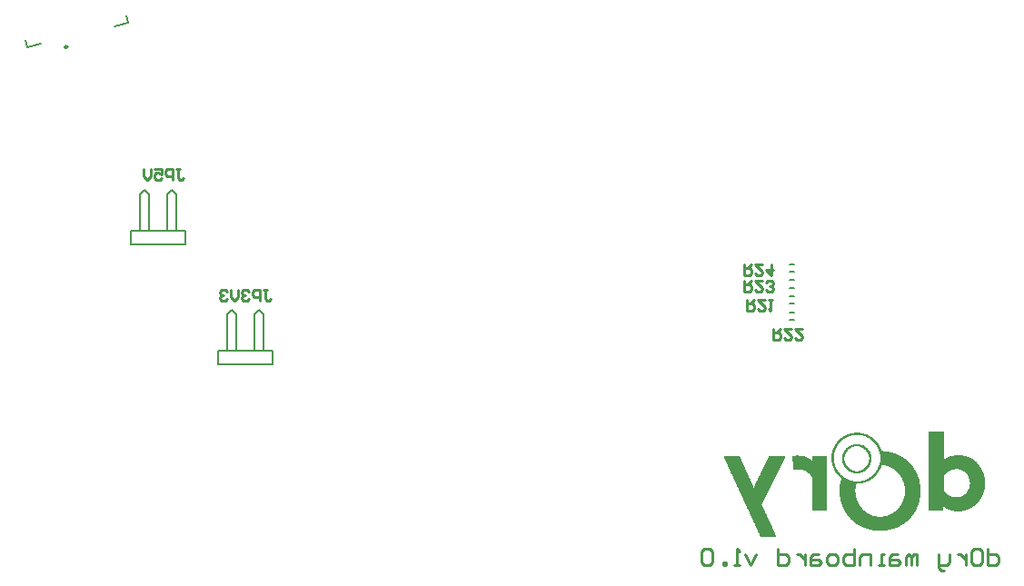
<source format=gbo>
%FSLAX44Y44*%
%MOMM*%
G71*
G01*
G75*
G04 Layer_Color=32896*
%ADD10C,0.7620*%
%ADD11R,0.3000X0.4900*%
%ADD12R,0.3000X0.5200*%
%ADD13R,0.4900X0.3000*%
%ADD14R,0.5200X0.3000*%
%ADD15R,0.7000X0.9000*%
%ADD16R,1.7000X1.1000*%
%ADD17R,0.2500X0.7000*%
%ADD18R,2.3800X1.6500*%
%ADD19O,1.7500X0.3000*%
%ADD20O,0.3000X1.7500*%
G04:AMPARAMS|DCode=21|XSize=1.524mm|YSize=2.8448mm|CornerRadius=0mm|HoleSize=0mm|Usage=FLASHONLY|Rotation=82.000|XOffset=0mm|YOffset=0mm|HoleType=Round|Shape=Rectangle|*
%AMROTATEDRECTD21*
4,1,4,1.3025,-0.9525,-1.5146,-0.5566,-1.3025,0.9525,1.5146,0.5566,1.3025,-0.9525,0.0*
%
%ADD21ROTATEDRECTD21*%

G04:AMPARAMS|DCode=22|XSize=1.524mm|YSize=2.8448mm|CornerRadius=0mm|HoleSize=0mm|Usage=FLASHONLY|Rotation=352.000|XOffset=0mm|YOffset=0mm|HoleType=Round|Shape=Rectangle|*
%AMROTATEDRECTD22*
4,1,4,-0.9525,-1.3025,-0.5566,1.5146,0.9525,1.3025,0.5566,-1.5146,-0.9525,-1.3025,0.0*
%
%ADD22ROTATEDRECTD22*%

%ADD23R,2.0000X0.4000*%
%ADD24O,1.3500X0.4500*%
%ADD25O,0.7000X2.0000*%
%ADD26R,0.8500X0.7000*%
%ADD27R,0.9000X0.8000*%
%ADD28R,0.4500X0.8500*%
%ADD29R,2.4000X1.5000*%
%ADD30R,0.7000X0.3000*%
%ADD31R,1.0000X1.6000*%
%ADD32O,0.2800X0.8500*%
%ADD33R,2.4000X1.6500*%
%ADD34C,0.4000*%
%ADD35R,0.9000X0.7000*%
%ADD36R,0.5500X0.9500*%
%ADD37R,0.7000X1.4000*%
%ADD38R,1.0000X1.0000*%
%ADD39R,0.8000X0.9000*%
%ADD40R,2.3000X2.3000*%
G04:AMPARAMS|DCode=41|XSize=2mm|YSize=1.75mm|CornerRadius=0mm|HoleSize=0mm|Usage=FLASHONLY|Rotation=279.640|XOffset=0mm|YOffset=0mm|HoleType=Round|Shape=Rectangle|*
%AMROTATEDRECTD41*
4,1,4,-1.0301,0.8394,0.6952,1.1324,1.0301,-0.8394,-0.6952,-1.1324,-1.0301,0.8394,0.0*
%
%ADD41ROTATEDRECTD41*%

%ADD42C,0.1905*%
%ADD43C,0.4064*%
%ADD44C,0.2032*%
%ADD45C,0.6096*%
%ADD46C,0.3048*%
%ADD47C,0.2540*%
%ADD48C,1.0160*%
%ADD49C,0.5080*%
%ADD50C,1.2700*%
%ADD51C,0.3556*%
%ADD52R,0.7000X0.2800*%
%ADD53C,2.9000*%
%ADD54C,1.5000*%
%ADD55R,1.5000X1.5000*%
%ADD56R,1.5000X1.5000*%
%ADD57C,1.5240*%
%ADD58C,1.2700*%
%ADD59R,1.2700X1.2700*%
%ADD60R,1.8500X1.8500*%
%ADD61C,1.8500*%
%ADD62C,0.6350*%
%ADD63C,0.5000*%
%ADD64C,0.9000*%
%ADD65C,0.7000*%
%ADD66C,0.6350*%
G04:AMPARAMS|DCode=67|XSize=0.65mm|YSize=1.35mm|CornerRadius=0mm|HoleSize=0mm|Usage=FLASHONLY|Rotation=13.600|XOffset=0mm|YOffset=0mm|HoleType=Round|Shape=Rectangle|*
%AMROTATEDRECTD67*
4,1,4,-0.1572,-0.7325,-0.4746,0.5797,0.1572,0.7325,0.4746,-0.5797,-0.1572,-0.7325,0.0*
%
%ADD67ROTATEDRECTD67*%

G04:AMPARAMS|DCode=68|XSize=0.4mm|YSize=1.35mm|CornerRadius=0mm|HoleSize=0mm|Usage=FLASHONLY|Rotation=13.600|XOffset=0mm|YOffset=0mm|HoleType=Round|Shape=Rectangle|*
%AMROTATEDRECTD68*
4,1,4,-0.0357,-0.7031,-0.3531,0.6090,0.0357,0.7031,0.3531,-0.6090,-0.0357,-0.7031,0.0*
%
%ADD68ROTATEDRECTD68*%

G04:AMPARAMS|DCode=69|XSize=2.51mm|YSize=1mm|CornerRadius=0mm|HoleSize=0mm|Usage=FLASHONLY|Rotation=13.600|XOffset=0mm|YOffset=0mm|HoleType=Round|Shape=Rectangle|*
%AMROTATEDRECTD69*
4,1,4,-1.1022,-0.7811,-1.3374,0.1909,1.1022,0.7811,1.3374,-0.1909,-1.1022,-0.7811,0.0*
%
%ADD69ROTATEDRECTD69*%

G04:AMPARAMS|DCode=70|XSize=1.2mm|YSize=2.1mm|CornerRadius=0mm|HoleSize=0mm|Usage=FLASHONLY|Rotation=13.600|XOffset=0mm|YOffset=0mm|HoleType=Round|Shape=Rectangle|*
%AMROTATEDRECTD70*
4,1,4,-0.3363,-1.1617,-0.8301,0.8795,0.3363,1.1617,0.8301,-0.8795,-0.3363,-1.1617,0.0*
%
%ADD70ROTATEDRECTD70*%

G04:AMPARAMS|DCode=71|XSize=1.2mm|YSize=1.55mm|CornerRadius=0mm|HoleSize=0mm|Usage=FLASHONLY|Rotation=13.600|XOffset=0mm|YOffset=0mm|HoleType=Round|Shape=Rectangle|*
%AMROTATEDRECTD71*
4,1,4,-0.4009,-0.8943,-0.7654,0.6122,0.4009,0.8943,0.7654,-0.6122,-0.4009,-0.8943,0.0*
%
%ADD71ROTATEDRECTD71*%

G04:AMPARAMS|DCode=72|XSize=0.775mm|YSize=1.15mm|CornerRadius=0mm|HoleSize=0mm|Usage=FLASHONLY|Rotation=13.600|XOffset=0mm|YOffset=0mm|HoleType=Round|Shape=Rectangle|*
%AMROTATEDRECTD72*
4,1,4,-0.2414,-0.6500,-0.5118,0.4678,0.2414,0.6500,0.5118,-0.4678,-0.2414,-0.6500,0.0*
%
%ADD72ROTATEDRECTD72*%

G04:AMPARAMS|DCode=73|XSize=0.825mm|YSize=1.15mm|CornerRadius=0mm|HoleSize=0mm|Usage=FLASHONLY|Rotation=13.600|XOffset=0mm|YOffset=0mm|HoleType=Round|Shape=Rectangle|*
%AMROTATEDRECTD73*
4,1,4,-0.2657,-0.6559,-0.5361,0.4619,0.2657,0.6559,0.5361,-0.4619,-0.2657,-0.6559,0.0*
%
%ADD73ROTATEDRECTD73*%

%ADD74C,0.3000*%
%ADD75C,0.1000*%
%ADD76C,0.6000*%
%ADD77C,0.2500*%
%ADD78C,0.0000*%
%ADD79C,0.2000*%
%ADD80C,0.0127*%
%ADD81C,0.1500*%
%ADD82R,0.6502X0.1854*%
%ADD83R,0.5842X0.1651*%
%ADD84R,0.4572X1.7018*%
%ADD85R,0.8000X1.4000*%
%ADD86R,0.5000X0.2600*%
%ADD87R,1.0500X0.6800*%
%ADD88R,0.6500X0.2500*%
%ADD89R,0.0000X0.6000*%
%ADD90O,0.2300X0.8000*%
%ADD91R,0.4000X0.5900*%
%ADD92R,0.4000X0.6200*%
%ADD93R,0.5900X0.4000*%
%ADD94R,0.6200X0.4000*%
%ADD95R,0.9032X1.1032*%
%ADD96R,1.9032X1.3032*%
%ADD97R,0.4532X0.9032*%
%ADD98R,2.5832X1.8532*%
%ADD99O,1.9532X0.5032*%
%ADD100O,0.5032X1.9532*%
G04:AMPARAMS|DCode=101|XSize=1.7272mm|YSize=3.048mm|CornerRadius=0mm|HoleSize=0mm|Usage=FLASHONLY|Rotation=82.000|XOffset=0mm|YOffset=0mm|HoleType=Round|Shape=Rectangle|*
%AMROTATEDRECTD101*
4,1,4,1.3890,-1.0673,-1.6294,-0.6431,-1.3890,1.0673,1.6294,0.6431,1.3890,-1.0673,0.0*
%
%ADD101ROTATEDRECTD101*%

G04:AMPARAMS|DCode=102|XSize=1.7272mm|YSize=3.048mm|CornerRadius=0mm|HoleSize=0mm|Usage=FLASHONLY|Rotation=352.000|XOffset=0mm|YOffset=0mm|HoleType=Round|Shape=Rectangle|*
%AMROTATEDRECTD102*
4,1,4,-1.0673,-1.3890,-0.6431,1.6294,1.0673,1.3890,0.6431,-1.6294,-1.0673,-1.3890,0.0*
%
%ADD102ROTATEDRECTD102*%

%ADD103R,2.2032X0.6032*%
%ADD104O,1.5532X0.6532*%
%ADD105O,0.9032X2.2032*%
%ADD106R,1.0532X0.9032*%
%ADD107R,1.1032X1.0032*%
%ADD108R,0.6532X1.0532*%
%ADD109R,2.6032X1.7032*%
%ADD110R,0.8400X0.4400*%
%ADD111R,1.1400X1.7400*%
%ADD112O,0.4200X0.9900*%
%ADD113R,2.5400X1.7900*%
%ADD114C,0.6032*%
%ADD115R,1.1032X0.9032*%
%ADD116R,0.7532X1.1532*%
%ADD117R,0.9032X1.6032*%
%ADD118R,1.0032X1.1032*%
%ADD119R,2.5032X2.5032*%
G04:AMPARAMS|DCode=120|XSize=2.2032mm|YSize=1.9532mm|CornerRadius=0mm|HoleSize=0mm|Usage=FLASHONLY|Rotation=279.640|XOffset=0mm|YOffset=0mm|HoleType=Round|Shape=Rectangle|*
%AMROTATEDRECTD120*
4,1,4,-1.1473,0.9225,0.7783,1.2496,1.1473,-0.9225,-0.7783,-1.2496,-1.1473,0.9225,0.0*
%
%ADD120ROTATEDRECTD120*%

%ADD121R,0.9032X0.4832*%
%ADD122C,3.1032*%
%ADD123C,1.7032*%
%ADD124R,1.7032X1.7032*%
%ADD125R,1.7032X1.7032*%
%ADD126C,1.7272*%
%ADD127C,1.4732*%
%ADD128R,1.4732X1.4732*%
%ADD129R,2.0532X2.0532*%
%ADD130C,2.0532*%
%ADD131C,0.8382*%
%ADD132C,0.7032*%
%ADD133C,1.1032*%
%ADD134C,0.9032*%
G04:AMPARAMS|DCode=135|XSize=0.8532mm|YSize=1.5532mm|CornerRadius=0mm|HoleSize=0mm|Usage=FLASHONLY|Rotation=13.600|XOffset=0mm|YOffset=0mm|HoleType=Round|Shape=Rectangle|*
%AMROTATEDRECTD135*
4,1,4,-0.2320,-0.8551,-0.5972,0.6545,0.2320,0.8551,0.5972,-0.6545,-0.2320,-0.8551,0.0*
%
%ADD135ROTATEDRECTD135*%

G04:AMPARAMS|DCode=136|XSize=0.6032mm|YSize=1.5532mm|CornerRadius=0mm|HoleSize=0mm|Usage=FLASHONLY|Rotation=13.600|XOffset=0mm|YOffset=0mm|HoleType=Round|Shape=Rectangle|*
%AMROTATEDRECTD136*
4,1,4,-0.1105,-0.8257,-0.4758,0.6839,0.1105,0.8257,0.4758,-0.6839,-0.1105,-0.8257,0.0*
%
%ADD136ROTATEDRECTD136*%

G04:AMPARAMS|DCode=137|XSize=2.7132mm|YSize=1.2032mm|CornerRadius=0mm|HoleSize=0mm|Usage=FLASHONLY|Rotation=13.600|XOffset=0mm|YOffset=0mm|HoleType=Round|Shape=Rectangle|*
%AMROTATEDRECTD137*
4,1,4,-1.1771,-0.9037,-1.4600,0.2657,1.1771,0.9037,1.4600,-0.2657,-1.1771,-0.9037,0.0*
%
%ADD137ROTATEDRECTD137*%

G04:AMPARAMS|DCode=138|XSize=1.4032mm|YSize=2.3032mm|CornerRadius=0mm|HoleSize=0mm|Usage=FLASHONLY|Rotation=13.600|XOffset=0mm|YOffset=0mm|HoleType=Round|Shape=Rectangle|*
%AMROTATEDRECTD138*
4,1,4,-0.4111,-1.2843,-0.9527,0.9543,0.4111,1.2843,0.9527,-0.9543,-0.4111,-1.2843,0.0*
%
%ADD138ROTATEDRECTD138*%

G04:AMPARAMS|DCode=139|XSize=1.4032mm|YSize=1.7532mm|CornerRadius=0mm|HoleSize=0mm|Usage=FLASHONLY|Rotation=13.600|XOffset=0mm|YOffset=0mm|HoleType=Round|Shape=Rectangle|*
%AMROTATEDRECTD139*
4,1,4,-0.4758,-1.0170,-0.8881,0.6870,0.4758,1.0170,0.8881,-0.6870,-0.4758,-1.0170,0.0*
%
%ADD139ROTATEDRECTD139*%

G04:AMPARAMS|DCode=140|XSize=0.9782mm|YSize=1.3532mm|CornerRadius=0mm|HoleSize=0mm|Usage=FLASHONLY|Rotation=13.600|XOffset=0mm|YOffset=0mm|HoleType=Round|Shape=Rectangle|*
%AMROTATEDRECTD140*
4,1,4,-0.3163,-0.7726,-0.6345,0.5426,0.3163,0.7726,0.6345,-0.5426,-0.3163,-0.7726,0.0*
%
%ADD140ROTATEDRECTD140*%

G04:AMPARAMS|DCode=141|XSize=1.0282mm|YSize=1.3532mm|CornerRadius=0mm|HoleSize=0mm|Usage=FLASHONLY|Rotation=13.600|XOffset=0mm|YOffset=0mm|HoleType=Round|Shape=Rectangle|*
%AMROTATEDRECTD141*
4,1,4,-0.3406,-0.7785,-0.6588,0.5367,0.3406,0.7785,0.6588,-0.5367,-0.3406,-0.7785,0.0*
%
%ADD141ROTATEDRECTD141*%

%ADD142C,0.0254*%
D47*
X190000Y47500D02*
Y37343D01*
X195078D01*
X196771Y39036D01*
Y42422D01*
X195078Y44114D01*
X190000D01*
X193386D02*
X196771Y47500D01*
X206928D02*
X200157D01*
X206928Y40729D01*
Y39036D01*
X205235Y37343D01*
X201849D01*
X200157Y39036D01*
X210313Y47500D02*
X213699D01*
X212006D01*
Y37343D01*
X210313Y39036D01*
X215000Y20000D02*
Y9843D01*
X220078D01*
X221771Y11536D01*
Y14922D01*
X220078Y16614D01*
X215000D01*
X218386D02*
X221771Y20000D01*
X231928D02*
X225157D01*
X231928Y13229D01*
Y11536D01*
X230235Y9843D01*
X226849D01*
X225157Y11536D01*
X242085Y20000D02*
X235313D01*
X242085Y13229D01*
Y11536D01*
X240392Y9843D01*
X237006D01*
X235313Y11536D01*
X187500Y65000D02*
Y54843D01*
X192578D01*
X194271Y56536D01*
Y59922D01*
X192578Y61614D01*
X187500D01*
X190886D02*
X194271Y65000D01*
X204428D02*
X197657D01*
X204428Y58229D01*
Y56536D01*
X202735Y54843D01*
X199349D01*
X197657Y56536D01*
X207813D02*
X209506Y54843D01*
X212892D01*
X214585Y56536D01*
Y58229D01*
X212892Y59922D01*
X211199D01*
X212892D01*
X214585Y61614D01*
Y63307D01*
X212892Y65000D01*
X209506D01*
X207813Y63307D01*
X187500Y80000D02*
Y69843D01*
X192578D01*
X194271Y71536D01*
Y74922D01*
X192578Y76614D01*
X187500D01*
X190886D02*
X194271Y80000D01*
X204428D02*
X197657D01*
X204428Y73229D01*
Y71536D01*
X202735Y69843D01*
X199349D01*
X197657Y71536D01*
X212892Y80000D02*
Y69843D01*
X207813Y74922D01*
X214585D01*
X-259823Y56733D02*
X-256438D01*
X-258130D01*
Y48269D01*
X-256438Y46576D01*
X-254745D01*
X-253052Y48269D01*
X-263209Y46576D02*
Y56733D01*
X-268287D01*
X-269980Y55040D01*
Y51655D01*
X-268287Y49962D01*
X-263209D01*
X-273366Y55040D02*
X-275058Y56733D01*
X-278444D01*
X-280137Y55040D01*
Y53347D01*
X-278444Y51655D01*
X-276751D01*
X-278444D01*
X-280137Y49962D01*
Y48269D01*
X-278444Y46576D01*
X-275058D01*
X-273366Y48269D01*
X-283522Y56733D02*
Y49962D01*
X-286908Y46576D01*
X-290293Y49962D01*
Y56733D01*
X-293679Y55040D02*
X-295372Y56733D01*
X-298757D01*
X-300450Y55040D01*
Y53347D01*
X-298757Y51655D01*
X-297065D01*
X-298757D01*
X-300450Y49962D01*
Y48269D01*
X-298757Y46576D01*
X-295372D01*
X-293679Y48269D01*
X-341357Y169001D02*
X-337972D01*
X-339664D01*
Y160537D01*
X-337972Y158844D01*
X-336279D01*
X-334586Y160537D01*
X-344743Y158844D02*
Y169001D01*
X-349821D01*
X-351514Y167308D01*
Y163923D01*
X-349821Y162230D01*
X-344743D01*
X-361671Y169001D02*
X-354900D01*
Y163923D01*
X-358285Y165615D01*
X-359978D01*
X-361671Y163923D01*
Y160537D01*
X-359978Y158844D01*
X-356592D01*
X-354900Y160537D01*
X-365056Y169001D02*
Y162230D01*
X-368442Y158844D01*
X-371827Y162230D01*
Y169001D01*
X414843Y-184765D02*
Y-200000D01*
X422461D01*
X425000Y-197461D01*
Y-192383D01*
X422461Y-189843D01*
X414843D01*
X402147Y-184765D02*
X407226D01*
X409765Y-187304D01*
Y-197461D01*
X407226Y-200000D01*
X402147D01*
X399608Y-197461D01*
Y-187304D01*
X402147Y-184765D01*
X394530Y-189843D02*
Y-200000D01*
Y-194922D01*
X391991Y-192383D01*
X389451Y-189843D01*
X386912D01*
X379295D02*
Y-197461D01*
X376756Y-200000D01*
X369138D01*
Y-202539D01*
X371677Y-205078D01*
X374216D01*
X369138Y-200000D02*
Y-189843D01*
X348825Y-200000D02*
Y-189843D01*
X346285D01*
X343746Y-192383D01*
Y-200000D01*
Y-192383D01*
X341207Y-189843D01*
X338668Y-192383D01*
Y-200000D01*
X331050Y-189843D02*
X325972D01*
X323433Y-192383D01*
Y-200000D01*
X331050D01*
X333590Y-197461D01*
X331050Y-194922D01*
X323433D01*
X318354Y-200000D02*
X313276D01*
X315815D01*
Y-189843D01*
X318354D01*
X305659Y-200000D02*
Y-189843D01*
X298041D01*
X295502Y-192383D01*
Y-200000D01*
X290424Y-184765D02*
Y-200000D01*
X282806D01*
X280267Y-197461D01*
Y-194922D01*
Y-192383D01*
X282806Y-189843D01*
X290424D01*
X272649Y-200000D02*
X267571D01*
X265032Y-197461D01*
Y-192383D01*
X267571Y-189843D01*
X272649D01*
X275189Y-192383D01*
Y-197461D01*
X272649Y-200000D01*
X257414Y-189843D02*
X252336D01*
X249797Y-192383D01*
Y-200000D01*
X257414D01*
X259953Y-197461D01*
X257414Y-194922D01*
X249797D01*
X244718Y-189843D02*
Y-200000D01*
Y-194922D01*
X242179Y-192383D01*
X239640Y-189843D01*
X237101D01*
X219326Y-184765D02*
Y-200000D01*
X226944D01*
X229483Y-197461D01*
Y-192383D01*
X226944Y-189843D01*
X219326D01*
X199013D02*
X193935Y-200000D01*
X188856Y-189843D01*
X183778Y-200000D02*
X178700D01*
X181239D01*
Y-184765D01*
X183778Y-187304D01*
X171082Y-200000D02*
Y-197461D01*
X168543D01*
Y-200000D01*
X171082D01*
X158386Y-187304D02*
X155847Y-184765D01*
X150769D01*
X148230Y-187304D01*
Y-197461D01*
X150769Y-200000D01*
X155847D01*
X158386Y-197461D01*
Y-187304D01*
D77*
X-442680Y282964D02*
G03*
X-442680Y282964I-1250J0D01*
G01*
D79*
X-264200Y38072D02*
X-259967Y33839D01*
Y-28D02*
Y33839D01*
X-268433D02*
X-264200Y38072D01*
X-268433Y-28D02*
Y33839D01*
X-251500Y-12728D02*
Y-28D01*
X-285367D02*
Y33839D01*
X-289600Y38072D02*
X-285367Y33839D01*
X-302300Y-28D02*
X-251500D01*
X-293833Y33839D02*
X-289600Y38072D01*
X-293833Y-28D02*
Y33839D01*
X-302300Y-12728D02*
X-251500D01*
X-302300D02*
Y-28D01*
X-332994Y99314D02*
Y112014D01*
X-349927D02*
Y145880D01*
X-341461Y112014D02*
Y145880D01*
X-349927D02*
X-345694Y150114D01*
X-341461Y145880D01*
X-366861Y112014D02*
Y145881D01*
X-383794Y99314D02*
X-332994D01*
X-383794Y112014D02*
X-332994D01*
X-383794Y99314D02*
Y112014D01*
X-375327Y145880D02*
X-371094Y150114D01*
X-366861Y145880D01*
X-375327Y112014D02*
Y145880D01*
X230500Y80572D02*
X234500D01*
X230500Y73572D02*
X234500D01*
X230500Y65572D02*
X234500D01*
X230500Y58572D02*
X234500D01*
X230500Y35572D02*
X234500D01*
X230500Y28572D02*
X234500D01*
X230500Y50572D02*
X234500D01*
X230500Y43572D02*
X234500D01*
X-387564Y312583D02*
X-385880Y305621D01*
X-480160Y282812D02*
X-467524Y285869D01*
X-481844Y289775D02*
X-480160Y282812D01*
X-399001Y302447D02*
X-385880Y305621D01*
D142*
X359944Y-106280D02*
X405664D01*
X280696Y-146920D02*
X296698D01*
X191288D02*
X205004D01*
X200686Y-167240D02*
X214402D01*
X280950Y-147428D02*
X297206D01*
X280696Y-147174D02*
X296952D01*
X282474Y-150222D02*
X300254D01*
X282220Y-149968D02*
X300000D01*
X282220Y-149714D02*
X299746D01*
X281966Y-149460D02*
X299238D01*
X281966Y-149206D02*
X298984D01*
X281712Y-148952D02*
X298730D01*
X281458Y-148698D02*
X298476D01*
X281458Y-148444D02*
X298222D01*
X281204Y-148190D02*
X297968D01*
X281204Y-147936D02*
X297714D01*
X280950Y-147682D02*
X297460D01*
X284252Y-152762D02*
X304572D01*
X283998Y-152508D02*
X304064D01*
X283744Y-152254D02*
X303556D01*
X283744Y-152000D02*
X303048D01*
X283490Y-151746D02*
X302540D01*
X283236Y-151492D02*
X302286D01*
X283236Y-151238D02*
X301778D01*
X282982Y-150984D02*
X301270D01*
X282728Y-150730D02*
X301016D01*
X282728Y-150476D02*
X300762D01*
X280442Y-146666D02*
X296444D01*
X280442Y-146412D02*
X296190D01*
X280188Y-146158D02*
X296190D01*
X280188Y-145904D02*
X295936D01*
X359944Y-136760D02*
X407950D01*
X359944Y-138538D02*
X406680D01*
X359944Y-138284D02*
X406934D01*
X359944Y-138030D02*
X407188D01*
X359944Y-137776D02*
X407188D01*
X359944Y-137522D02*
X407442D01*
X359944Y-137268D02*
X407442D01*
X359944Y-137014D02*
X407696D01*
X359944Y-136506D02*
X382804D01*
X359944Y-136252D02*
X381534D01*
X359944Y-135998D02*
X380518D01*
X359944Y-135744D02*
X379756D01*
X359944Y-135490D02*
X379248D01*
X359944Y-135236D02*
X378740D01*
X359944Y-134982D02*
X378232D01*
X359944Y-134728D02*
X377724D01*
X359944Y-134474D02*
X377216D01*
X359944Y-134220D02*
X376962D01*
X359944Y-133966D02*
X376454D01*
X359944Y-133712D02*
X376200D01*
X359944Y-133458D02*
X375946D01*
X359944Y-133204D02*
X375692D01*
X280188Y-145650D02*
X295682D01*
X279934Y-145396D02*
X295428D01*
X279934Y-145142D02*
X295428D01*
X279680Y-144888D02*
X295174D01*
X279680Y-144634D02*
X294920D01*
X279426Y-144380D02*
X294920D01*
X279426Y-144126D02*
X294666D01*
X279426Y-143872D02*
X294412D01*
X359944D02*
X401600D01*
X279172Y-143618D02*
X294412D01*
X359944D02*
X401854D01*
X359944Y-143364D02*
X402362D01*
X359944Y-143110D02*
X402616D01*
X359944Y-142856D02*
X402870D01*
X359944Y-142602D02*
X403124D01*
X359944Y-142348D02*
X403378D01*
X359944Y-142094D02*
X403632D01*
X359944Y-141840D02*
X403886D01*
X359944Y-141586D02*
X404140D01*
X359944Y-141332D02*
X404394D01*
X359944Y-141078D02*
X404648D01*
X359944Y-140824D02*
X404902D01*
X359944Y-140570D02*
X405156D01*
X359944Y-140316D02*
X405410D01*
X359944Y-140062D02*
X405664D01*
X359944Y-139808D02*
X405918D01*
X359944Y-139554D02*
X405918D01*
X359944Y-139300D02*
X406172D01*
X359944Y-139046D02*
X406426D01*
X359944Y-138792D02*
X406680D01*
X359944Y-109582D02*
X407950D01*
X359944Y-109328D02*
X407696D01*
X359944Y-109074D02*
X407696D01*
X359944Y-108820D02*
X407442D01*
X359944Y-108566D02*
X407188D01*
X359944Y-108312D02*
X407188D01*
X359944Y-108058D02*
X406934D01*
X359944Y-107804D02*
X406680D01*
X359944Y-107550D02*
X406680D01*
X359944Y-107296D02*
X406426D01*
X359944Y-107042D02*
X406172D01*
X359944Y-106788D02*
X405918D01*
X359944Y-106534D02*
X405918D01*
X359944Y-113138D02*
X375692D01*
X359944Y-112884D02*
X375946D01*
X359944Y-112630D02*
X376454D01*
X359944Y-112376D02*
X376708D01*
X359944Y-112122D02*
X377216D01*
X359944Y-111868D02*
X377470D01*
X359944Y-111614D02*
X377978D01*
X359944Y-111360D02*
X378486D01*
X359944Y-111106D02*
X378994D01*
X359944Y-110852D02*
X379502D01*
X359944Y-110598D02*
X380010D01*
X359944Y-110344D02*
X380772D01*
X359944Y-110090D02*
X381788D01*
X359944Y-109836D02*
X383058D01*
X277648Y-123044D02*
X295174D01*
X277648Y-122790D02*
X296698D01*
X277648Y-122536D02*
X297968D01*
X277648Y-122282D02*
X298984D01*
X277648Y-122028D02*
X299746D01*
X359944Y-105264D02*
X404648D01*
X359944Y-105010D02*
X404648D01*
X359944Y-104756D02*
X404394D01*
X359944Y-104502D02*
X404140D01*
X359944Y-104248D02*
X403886D01*
X359944Y-103994D02*
X403632D01*
X359944Y-103740D02*
X403378D01*
X359944Y-103486D02*
X402870D01*
X359944Y-103232D02*
X402616D01*
X359944Y-102978D02*
X402362D01*
X359944Y-102724D02*
X402108D01*
X359944Y-102470D02*
X401854D01*
X359944Y-102216D02*
X401346D01*
X359944Y-101962D02*
X401092D01*
X359944Y-106026D02*
X405410D01*
X359944Y-105772D02*
X405156D01*
X359944Y-105518D02*
X404902D01*
X202972Y-172574D02*
X216942D01*
X202972Y-172320D02*
X216688D01*
X202718Y-172066D02*
X216688D01*
X202718Y-171812D02*
X216434D01*
X202464Y-171558D02*
X216434D01*
X202464Y-171304D02*
X216180D01*
X202210Y-171050D02*
X216180D01*
X202210Y-170796D02*
X216180D01*
X202210Y-170542D02*
X215926D01*
X201956Y-170288D02*
X215926D01*
X201956Y-170034D02*
X215672D01*
X201702Y-169780D02*
X215672D01*
X201702Y-169526D02*
X215418D01*
X201448Y-169272D02*
X215418D01*
X201448Y-169018D02*
X215164D01*
X201194Y-168764D02*
X215164D01*
X201194Y-168510D02*
X214910D01*
X200940Y-168256D02*
X214910D01*
X200940Y-168002D02*
X214656D01*
X200686Y-167748D02*
X214656D01*
X200686Y-167494D02*
X214402D01*
X191542Y-147428D02*
X205258D01*
X191288Y-147174D02*
X205004D01*
X192558Y-149968D02*
X206528D01*
X192558Y-149714D02*
X206274D01*
X192304Y-149460D02*
X206274D01*
X192304Y-149206D02*
X206020D01*
X192050Y-148952D02*
X206020D01*
X192050Y-148698D02*
X205766D01*
X191796Y-148444D02*
X205766D01*
X191796Y-148190D02*
X205512D01*
X191796Y-147936D02*
X205512D01*
X191542Y-147682D02*
X205258D01*
X200432Y-166986D02*
X214402D01*
X200432Y-166732D02*
X214148D01*
X200178Y-166478D02*
X214148D01*
X200178Y-166224D02*
X213894D01*
X199924Y-165970D02*
X213894D01*
X199924Y-165716D02*
X213640D01*
X199670Y-165462D02*
X213640D01*
X199670Y-165208D02*
X213386D01*
X199416Y-164954D02*
X213386D01*
X199416Y-164700D02*
X213132D01*
X199162Y-164446D02*
X213132D01*
X192812Y-150476D02*
X206528D01*
X192812Y-150222D02*
X206528D01*
X184176Y-131426D02*
X209068D01*
X183922Y-131172D02*
X209322D01*
X183922Y-130918D02*
X209322D01*
X183668Y-130664D02*
X209576D01*
X191034Y-146666D02*
X204750D01*
X191034Y-146412D02*
X204750D01*
X190780Y-146158D02*
X204750D01*
X190780Y-145904D02*
X204496D01*
X183668Y-130410D02*
X209576D01*
X183414Y-130156D02*
X209830D01*
X183414Y-129902D02*
X209830D01*
X187224Y-138030D02*
X205766D01*
X183160Y-129648D02*
X210084D01*
X183160Y-129394D02*
X210084D01*
X182906Y-129140D02*
X210338D01*
X182906Y-128886D02*
X210338D01*
X182906Y-128632D02*
X210592D01*
X182652Y-128378D02*
X210592D01*
X187224Y-138284D02*
X205766D01*
X186970Y-137776D02*
X206020D01*
X186970Y-137522D02*
X206020D01*
X186716Y-137268D02*
X206274D01*
X186716Y-137014D02*
X206274D01*
X186462Y-136760D02*
X206528D01*
X186462Y-136506D02*
X206528D01*
X186208Y-136252D02*
X206782D01*
X186208Y-135998D02*
X206782D01*
X185954Y-135744D02*
X207036D01*
X185954Y-135490D02*
X207036D01*
X185954Y-135236D02*
X207290D01*
X185700Y-134982D02*
X207290D01*
X185700Y-134728D02*
X207544D01*
X185446Y-134474D02*
X207544D01*
X185446Y-134220D02*
X207798D01*
X185192Y-133966D02*
X207798D01*
X185192Y-133712D02*
X208052D01*
X184938Y-133458D02*
X208052D01*
X184938Y-133204D02*
X208306D01*
X184684Y-132950D02*
X208306D01*
X184684Y-132696D02*
X208560D01*
X184430Y-132442D02*
X208560D01*
X184430Y-132188D02*
X208814D01*
X184430Y-131934D02*
X208814D01*
X184176Y-131680D02*
X209068D01*
X190526Y-145650D02*
X204496D01*
X190526Y-145396D02*
X204242D01*
X190272Y-145142D02*
X204242D01*
X190272Y-144888D02*
X203988D01*
X190272Y-144634D02*
X203988D01*
X190018Y-144380D02*
X203734D01*
X190018Y-144126D02*
X203734D01*
X189764Y-143872D02*
X203480D01*
X189764Y-143618D02*
X203480D01*
X189510Y-143364D02*
X203226D01*
X189510Y-143110D02*
X203226D01*
X189256Y-142856D02*
X203480D01*
X189256Y-142602D02*
X203480D01*
X189002Y-142348D02*
X203734D01*
X189002Y-142094D02*
X203734D01*
X188748Y-141840D02*
X203988D01*
X188748Y-141586D02*
X203988D01*
X188748Y-141332D02*
X204242D01*
X188494Y-141078D02*
X204242D01*
X188494Y-140824D02*
X204496D01*
X188240Y-140570D02*
X204496D01*
X188240Y-140316D02*
X204750D01*
X187986Y-140062D02*
X204750D01*
X187986Y-139808D02*
X205004D01*
X187732Y-139554D02*
X205004D01*
X187732Y-139300D02*
X205258D01*
X187478Y-139046D02*
X205258D01*
X187478Y-138792D02*
X205512D01*
X187224Y-138538D02*
X205512D01*
X201194Y-118472D02*
X215418D01*
X201194Y-118218D02*
X215672D01*
X201448Y-117964D02*
X215672D01*
X201448Y-117710D02*
X215926D01*
X201702Y-117456D02*
X215926D01*
X201702Y-117202D02*
X216180D01*
X201956Y-116948D02*
X216180D01*
X201956Y-116694D02*
X216434D01*
X202210Y-116440D02*
X216434D01*
X202210Y-116186D02*
X216688D01*
X202464Y-115932D02*
X216688D01*
X202464Y-115678D02*
X216942D01*
X202718Y-115424D02*
X216942D01*
X202718Y-115170D02*
X217196D01*
X202972Y-114916D02*
X217196D01*
X198908Y-123044D02*
X213132D01*
X202972Y-114662D02*
X217450D01*
X198908Y-123298D02*
X213132D01*
X198908Y-122790D02*
X213386D01*
X199162Y-122536D02*
X213386D01*
X199162Y-122282D02*
X213640D01*
X199416Y-122028D02*
X213640D01*
X199416Y-121774D02*
X213894D01*
X199670Y-121520D02*
X213894D01*
X199670Y-121266D02*
X214148D01*
X199924Y-121012D02*
X214148D01*
X199924Y-120758D02*
X214402D01*
X200178Y-120504D02*
X214402D01*
X200178Y-120250D02*
X214656D01*
X200432Y-119996D02*
X214656D01*
X200432Y-119742D02*
X214910D01*
X200686Y-119488D02*
X214910D01*
X200686Y-119234D02*
X215164D01*
X200940Y-118980D02*
X215164D01*
X200940Y-118726D02*
X215418D01*
X377216Y-146920D02*
X396266D01*
X313716Y-106280D02*
X314986D01*
X319050D02*
X342926D01*
X331496Y-146920D02*
X347752D01*
X207036Y-106280D02*
X221514D01*
X233452D02*
X264186D01*
X250978Y-146920D02*
X264186D01*
X250978Y-126600D02*
X264186D01*
X273838Y-85960D02*
X275362D01*
X172492Y-106280D02*
X186462D01*
X181890Y-126600D02*
X195606D01*
X395758Y-131426D02*
X410236D01*
X395758Y-131172D02*
X410236D01*
X396012Y-130918D02*
X410490D01*
X376708Y-146666D02*
X397028D01*
X376200Y-146412D02*
X397536D01*
X375946Y-146158D02*
X398044D01*
X387630Y-136506D02*
X407950D01*
X388646Y-136252D02*
X408204D01*
X389408Y-135998D02*
X408204D01*
X390170Y-135744D02*
X408458D01*
X390678Y-135490D02*
X408458D01*
X391186Y-135236D02*
X408712D01*
X391694Y-134982D02*
X408712D01*
X392202Y-134728D02*
X408966D01*
X392456Y-134474D02*
X408966D01*
X392964Y-134220D02*
X409220D01*
X393218Y-133966D02*
X409220D01*
X393472Y-133712D02*
X409474D01*
X393980Y-133458D02*
X409474D01*
X394234Y-133204D02*
X409474D01*
X394488Y-132950D02*
X409728D01*
X394742Y-132696D02*
X409728D01*
X394996Y-132442D02*
X409982D01*
X394996Y-132188D02*
X409982D01*
X395250Y-131934D02*
X409982D01*
X395504Y-131680D02*
X410236D01*
X375438Y-145904D02*
X398552D01*
X374930Y-145650D02*
X399060D01*
X374676Y-145396D02*
X399314D01*
X374168Y-145142D02*
X399822D01*
X373914Y-144888D02*
X400076D01*
X373660Y-144634D02*
X400584D01*
X373152Y-144380D02*
X400838D01*
X372898Y-144126D02*
X401346D01*
X394996Y-113900D02*
X409982D01*
X394742Y-113646D02*
X409728D01*
X394488Y-113392D02*
X409728D01*
X394234Y-113138D02*
X409728D01*
X393980Y-112884D02*
X409474D01*
X393726Y-112630D02*
X409474D01*
X393218Y-112376D02*
X409220D01*
X392964Y-112122D02*
X409220D01*
X392710Y-111868D02*
X408966D01*
X392202Y-111614D02*
X408966D01*
X391948Y-111360D02*
X408712D01*
X391440Y-111106D02*
X408712D01*
X390932Y-110852D02*
X408712D01*
X390424Y-110598D02*
X408458D01*
X389662Y-110344D02*
X408204D01*
X388900Y-110090D02*
X408204D01*
X387630Y-109836D02*
X407950D01*
X396012Y-115424D02*
X410490D01*
X395758Y-115170D02*
X410236D01*
X395758Y-114916D02*
X410236D01*
X395504Y-114662D02*
X410236D01*
X395250Y-114408D02*
X409982D01*
X394996Y-114154D02*
X409982D01*
X373660Y-101708D02*
X400838D01*
X373914Y-101454D02*
X400330D01*
X374422Y-101200D02*
X400076D01*
X374676Y-100946D02*
X399568D01*
X375184Y-100692D02*
X399314D01*
X375438Y-100438D02*
X398806D01*
X375946Y-100184D02*
X398298D01*
X376454Y-99930D02*
X397790D01*
X376962Y-99676D02*
X397282D01*
X377470Y-99422D02*
X396774D01*
X377978Y-99168D02*
X396266D01*
X330988Y-147428D02*
X347498D01*
X331242Y-147174D02*
X347498D01*
X327940Y-150222D02*
X345720D01*
X328194Y-149968D02*
X345974D01*
X328702Y-149714D02*
X346228D01*
X328956Y-149460D02*
X346228D01*
X329210Y-149206D02*
X346482D01*
X329464Y-148952D02*
X346482D01*
X329718Y-148698D02*
X346736D01*
X329972Y-148444D02*
X346736D01*
X330226Y-148190D02*
X346990D01*
X330480Y-147936D02*
X346990D01*
X330734Y-147682D02*
X347244D01*
X312700Y-166986D02*
X315748D01*
X309144Y-166732D02*
X319050D01*
X307366Y-166478D02*
X320828D01*
X306096Y-166224D02*
X322352D01*
X304826Y-165970D02*
X323368D01*
X303810Y-165716D02*
X324384D01*
X302794Y-165462D02*
X325400D01*
X302032Y-165208D02*
X326162D01*
X301270Y-164954D02*
X327178D01*
X300508Y-164700D02*
X327686D01*
X299746Y-164446D02*
X328448D01*
X299238Y-164192D02*
X329210D01*
X298476Y-163938D02*
X329718D01*
X297968Y-163684D02*
X330226D01*
X297460Y-163430D02*
X330988D01*
X296952Y-163176D02*
X331496D01*
X296444Y-162922D02*
X332004D01*
X295936Y-162668D02*
X332512D01*
X295428Y-162414D02*
X332766D01*
X294920Y-162160D02*
X333274D01*
X294412Y-161906D02*
X333782D01*
X294158Y-161652D02*
X334290D01*
X293650Y-161398D02*
X334544D01*
X293396Y-161144D02*
X335052D01*
X292888Y-160890D02*
X335306D01*
X292380Y-160636D02*
X335814D01*
X292126Y-160382D02*
X336068D01*
X291872Y-160128D02*
X336576D01*
X291364Y-159874D02*
X336830D01*
X291110Y-159620D02*
X337084D01*
X290856Y-159366D02*
X337592D01*
X290348Y-159112D02*
X337846D01*
X290094Y-158858D02*
X338100D01*
X289586Y-158350D02*
X338862D01*
X289078Y-158096D02*
X339116D01*
X288824Y-157842D02*
X339370D01*
X288570Y-157588D02*
X339624D01*
X288316Y-157334D02*
X339878D01*
X288062Y-157080D02*
X340132D01*
X287808Y-156826D02*
X340386D01*
X287554Y-156572D02*
X340640D01*
X287300Y-156318D02*
X340894D01*
X287046Y-156064D02*
X341148D01*
X286792Y-155810D02*
X341402D01*
X286538Y-155556D02*
X341656D01*
X286284Y-155302D02*
X341910D01*
X286030Y-155048D02*
X342164D01*
X285776Y-154794D02*
X342418D01*
X285776Y-154540D02*
X310668D01*
X317526D02*
X342672D01*
X285522Y-154286D02*
X309398D01*
X319050D02*
X342926D01*
X285268Y-154032D02*
X308128D01*
X320066D02*
X342926D01*
X285014Y-153778D02*
X307366D01*
X321082D02*
X343180D01*
X284760Y-153524D02*
X306604D01*
X321844D02*
X343434D01*
X284506Y-153270D02*
X305842D01*
X322352D02*
X343688D01*
X284506Y-153016D02*
X305080D01*
X323114D02*
X343942D01*
X323622Y-152762D02*
X343942D01*
X324130Y-152508D02*
X344196D01*
X324638Y-152254D02*
X344450D01*
X325146Y-152000D02*
X344704D01*
X325654Y-151746D02*
X344704D01*
X326162Y-151492D02*
X344958D01*
X326416Y-151238D02*
X345212D01*
X326924Y-150984D02*
X345212D01*
X327178Y-150730D02*
X345466D01*
X327686Y-150476D02*
X345720D01*
X289840Y-158604D02*
X338608D01*
X331750Y-146666D02*
X347752D01*
X332004Y-146412D02*
X347752D01*
X332258Y-146158D02*
X348006D01*
X332258Y-145904D02*
X348006D01*
X332512Y-145650D02*
X348260D01*
X332766Y-145396D02*
X348260D01*
X333020Y-145142D02*
X348514D01*
X333020Y-144888D02*
X348514D01*
X333274Y-144634D02*
X348768D01*
X333528Y-144380D02*
X348768D01*
X333528Y-144126D02*
X348768D01*
X333782Y-143872D02*
X349022D01*
X334036Y-143618D02*
X349022D01*
X334036Y-143364D02*
X349022D01*
X334290Y-143110D02*
X349276D01*
X334290Y-142856D02*
X349276D01*
X334544Y-142602D02*
X349276D01*
X334798Y-142348D02*
X349530D01*
X334798Y-142094D02*
X349530D01*
X335052Y-141840D02*
X349530D01*
X335052Y-141586D02*
X349784D01*
X331750Y-113900D02*
X347752D01*
X331496Y-113646D02*
X347752D01*
X326924Y-109582D02*
X345212D01*
X326670Y-109328D02*
X345212D01*
X326162Y-109074D02*
X344958D01*
X325654Y-108820D02*
X344704D01*
X325400Y-108566D02*
X344704D01*
X324892Y-108312D02*
X344450D01*
X324384Y-108058D02*
X344196D01*
X323876Y-107804D02*
X344196D01*
X313208Y-107550D02*
X314732D01*
X323114D02*
X343942D01*
X313462Y-107296D02*
X314732D01*
X322606D02*
X343688D01*
X313462Y-107042D02*
X314732D01*
X321844D02*
X343434D01*
X313462Y-106788D02*
X314986D01*
X321082D02*
X343180D01*
X313716Y-106534D02*
X314986D01*
X320320D02*
X343180D01*
X331242Y-113392D02*
X347498D01*
X289332Y-113138D02*
X295428D01*
X330988D02*
X347498D01*
X288316Y-112884D02*
X296444D01*
X330988D02*
X347244D01*
X287554Y-112630D02*
X297206D01*
X330734D02*
X347244D01*
X287046Y-112376D02*
X297714D01*
X330480D02*
X346990D01*
X294158Y-112122D02*
X298222D01*
X330226D02*
X346736D01*
X329972Y-111868D02*
X346736D01*
X329464Y-111614D02*
X346482D01*
X329210Y-111360D02*
X346482D01*
X328956Y-111106D02*
X346228D01*
X328702Y-110852D02*
X346228D01*
X328448Y-110598D02*
X345974D01*
X327940Y-110344D02*
X345720D01*
X327686Y-110090D02*
X345720D01*
X327432Y-109836D02*
X345466D01*
X335052Y-118726D02*
X349530D01*
X334798Y-118472D02*
X349530D01*
X334798Y-118218D02*
X349530D01*
X334544Y-117964D02*
X349530D01*
X334544Y-117710D02*
X349276D01*
X334290Y-117456D02*
X349276D01*
X334036Y-117202D02*
X349022D01*
X334036Y-116948D02*
X349022D01*
X333782Y-116694D02*
X349022D01*
X333782Y-116440D02*
X348768D01*
X333528Y-116186D02*
X348768D01*
X333274Y-115932D02*
X348768D01*
X333274Y-115678D02*
X348514D01*
X333020Y-115424D02*
X348514D01*
X332766Y-115170D02*
X348260D01*
X332512Y-114916D02*
X348260D01*
X332512Y-114662D02*
X348006D01*
X332258Y-114408D02*
X348006D01*
X332004Y-114154D02*
X348006D01*
X335052Y-118980D02*
X349784D01*
X313970Y-105264D02*
X341910D01*
X313970Y-105010D02*
X341656D01*
X314224Y-104756D02*
X341402D01*
X314224Y-104502D02*
X341148D01*
X314224Y-104248D02*
X340894D01*
X314224Y-103994D02*
X340640D01*
X314478Y-103740D02*
X340386D01*
X314478Y-103486D02*
X340132D01*
X314478Y-103232D02*
X339878D01*
X314478Y-102978D02*
X339624D01*
X314478Y-102724D02*
X339370D01*
X314478Y-102470D02*
X339116D01*
X314478Y-102216D02*
X338862D01*
X314732Y-101962D02*
X338608D01*
X314732Y-101708D02*
X338100D01*
X314732Y-101454D02*
X337846D01*
X314732Y-101200D02*
X337592D01*
X313716Y-106026D02*
X315240D01*
X317780D02*
X342672D01*
X313970Y-105772D02*
X342418D01*
X313970Y-105518D02*
X342164D01*
X314224Y-95104D02*
X325654D01*
X314224Y-94850D02*
X324638D01*
X313970Y-94596D02*
X323622D01*
X313970Y-94342D02*
X322352D01*
X313970Y-94088D02*
X321082D01*
X313970Y-93834D02*
X319304D01*
X313716Y-93580D02*
X316510D01*
X313716Y-93326D02*
X314986D01*
X313716Y-93072D02*
X314986D01*
X313462Y-92818D02*
X314986D01*
X313462Y-92564D02*
X314732D01*
X313462Y-92310D02*
X314732D01*
X313208Y-92056D02*
X314732D01*
X293904Y-88500D02*
X298476D01*
X287046Y-88246D02*
X297968D01*
X287554Y-87992D02*
X297206D01*
X288316Y-87738D02*
X296698D01*
X289332Y-87484D02*
X295682D01*
X290856Y-87230D02*
X294412D01*
X314732Y-100946D02*
X337338D01*
X314732Y-100692D02*
X336830D01*
X314732Y-100438D02*
X336576D01*
X314732Y-100184D02*
X336322D01*
X314732Y-99930D02*
X335814D01*
X314732Y-99676D02*
X335560D01*
X314732Y-99422D02*
X335052D01*
X314732Y-99168D02*
X334544D01*
X314732Y-98914D02*
X334290D01*
X314732Y-98660D02*
X333782D01*
X314732Y-98406D02*
X333274D01*
X314732Y-98152D02*
X333020D01*
X314732Y-97898D02*
X332512D01*
X314732Y-97644D02*
X332004D01*
X314478Y-97390D02*
X331496D01*
X314478Y-97136D02*
X330988D01*
X314478Y-96882D02*
X330480D01*
X314478Y-96628D02*
X329718D01*
X314478Y-96374D02*
X329210D01*
X314478Y-96120D02*
X328448D01*
X314478Y-95866D02*
X327940D01*
X314224Y-95612D02*
X327178D01*
X314224Y-95358D02*
X326416D01*
X285522Y-77578D02*
X299746D01*
X286284Y-77324D02*
X298984D01*
X287300Y-77070D02*
X297968D01*
X288570Y-76816D02*
X296698D01*
X290348Y-76562D02*
X295174D01*
X250978Y-147428D02*
X264186D01*
X250978Y-147174D02*
X264186D01*
X250978Y-147936D02*
X264186D01*
X250978Y-147682D02*
X264186D01*
X250978Y-131426D02*
X264186D01*
X250978Y-131172D02*
X264186D01*
X250978Y-130918D02*
X264186D01*
X250978Y-130664D02*
X264186D01*
X250978Y-146666D02*
X264186D01*
X250978Y-146412D02*
X264186D01*
X250978Y-146158D02*
X264186D01*
X250978Y-145904D02*
X264186D01*
X250978Y-130410D02*
X264186D01*
X250978Y-130156D02*
X264186D01*
X250978Y-129902D02*
X264186D01*
X250978Y-138030D02*
X264186D01*
X250978Y-129648D02*
X264186D01*
X250978Y-129394D02*
X264186D01*
X250978Y-129140D02*
X264186D01*
X250978Y-128886D02*
X264186D01*
X250978Y-128632D02*
X264186D01*
X250978Y-128378D02*
X264186D01*
X250978Y-128124D02*
X264186D01*
X250978Y-127870D02*
X264186D01*
X250978Y-127616D02*
X264186D01*
X250978Y-127362D02*
X264186D01*
X250978Y-127108D02*
X264186D01*
X250978Y-126854D02*
X264186D01*
X250978Y-138284D02*
X264186D01*
X250978Y-137776D02*
X264186D01*
X250978Y-137522D02*
X264186D01*
X250978Y-137268D02*
X264186D01*
X250978Y-137014D02*
X264186D01*
X250978Y-136760D02*
X264186D01*
X250978Y-136506D02*
X264186D01*
X250978Y-136252D02*
X264186D01*
X250978Y-135998D02*
X264186D01*
X250978Y-135744D02*
X264186D01*
X250978Y-135490D02*
X264186D01*
X250978Y-135236D02*
X264186D01*
X250978Y-134982D02*
X264186D01*
X250978Y-134728D02*
X264186D01*
X250978Y-134474D02*
X264186D01*
X250978Y-134220D02*
X264186D01*
X250978Y-133966D02*
X264186D01*
X250978Y-133712D02*
X264186D01*
X250978Y-133458D02*
X264186D01*
X250978Y-133204D02*
X264186D01*
X250978Y-132950D02*
X264186D01*
X250978Y-132696D02*
X264186D01*
X250978Y-132442D02*
X264186D01*
X250978Y-132188D02*
X264186D01*
X250978Y-131934D02*
X264186D01*
X250978Y-131680D02*
X264186D01*
X250978Y-145650D02*
X264186D01*
X250978Y-145396D02*
X264186D01*
X250978Y-145142D02*
X264186D01*
X250978Y-144888D02*
X264186D01*
X250978Y-144634D02*
X264186D01*
X250978Y-144380D02*
X264186D01*
X250978Y-144126D02*
X264186D01*
X250978Y-143872D02*
X264186D01*
X250978Y-143618D02*
X264186D01*
X250978Y-143364D02*
X264186D01*
X250978Y-143110D02*
X264186D01*
X250978Y-142856D02*
X264186D01*
X250978Y-142602D02*
X264186D01*
X250978Y-142348D02*
X264186D01*
X250978Y-142094D02*
X264186D01*
X250978Y-141840D02*
X264186D01*
X250978Y-141586D02*
X264186D01*
X250978Y-141332D02*
X264186D01*
X250978Y-141078D02*
X264186D01*
X250978Y-140824D02*
X264186D01*
X250978Y-140570D02*
X264186D01*
X250978Y-140316D02*
X264186D01*
X250978Y-140062D02*
X264186D01*
X250978Y-139808D02*
X264186D01*
X250978Y-139554D02*
X264186D01*
X250978Y-139300D02*
X264186D01*
X250978Y-139046D02*
X264186D01*
X250978Y-138792D02*
X264186D01*
X250978Y-138538D02*
X264186D01*
X274092Y-113900D02*
X275616D01*
X203480Y-113646D02*
X217958D01*
X273838D02*
X275362D01*
X203734Y-113392D02*
X217958D01*
X205512Y-109328D02*
X219990D01*
X233960D02*
X264186D01*
X205766Y-109074D02*
X220244D01*
X233960D02*
X264186D01*
X205766Y-108820D02*
X220244D01*
X233960D02*
X264186D01*
X206020Y-108566D02*
X220498D01*
X233960D02*
X264186D01*
X206020Y-108312D02*
X220498D01*
X233706D02*
X264186D01*
X206274Y-108058D02*
X220752D01*
X233706D02*
X264186D01*
X248184Y-113646D02*
X264186D01*
X206274Y-107804D02*
X220752D01*
X233706D02*
X264186D01*
X206528Y-107550D02*
X221006D01*
X233706D02*
X264186D01*
X206528Y-107296D02*
X221006D01*
X233706D02*
X264186D01*
X206782Y-107042D02*
X221260D01*
X233706D02*
X264186D01*
X206782Y-106788D02*
X221260D01*
X233706D02*
X264186D01*
X207036Y-106534D02*
X221514D01*
X233706D02*
X264186D01*
X247930Y-113392D02*
X264186D01*
X273584D02*
X275108D01*
X203734Y-113138D02*
X218212D01*
X247422D02*
X264186D01*
X273330D02*
X275108D01*
X203988Y-112884D02*
X218212D01*
X247168D02*
X264186D01*
X273330D02*
X274854D01*
X203988Y-112630D02*
X218466D01*
X246914D02*
X264186D01*
X273076D02*
X274600D01*
X203988Y-112376D02*
X218466D01*
X246406D02*
X264186D01*
X272822D02*
X274346D01*
X204242Y-112122D02*
X218720D01*
X246152D02*
X264186D01*
X272822D02*
X274346D01*
X204242Y-111868D02*
X218720D01*
X245644D02*
X264186D01*
X272568D02*
X274092D01*
X204496Y-111614D02*
X218974D01*
X245390D02*
X264186D01*
X272568D02*
X274092D01*
X204496Y-111360D02*
X218974D01*
X244882D02*
X264186D01*
X204750Y-111106D02*
X219228D01*
X244374D02*
X264186D01*
X204750Y-110852D02*
X219228D01*
X243612D02*
X264186D01*
X205004Y-110598D02*
X219482D01*
X243104D02*
X264186D01*
X205004Y-110344D02*
X219482D01*
X242342D02*
X264186D01*
X205258Y-110090D02*
X219736D01*
X241072D02*
X264186D01*
X205258Y-109836D02*
X219736D01*
X233960D02*
X264186D01*
X205512Y-109582D02*
X219990D01*
X250978Y-126346D02*
X264186D01*
X233960Y-109582D02*
X264186D01*
X250978Y-124822D02*
X264186D01*
X250978Y-124568D02*
X264186D01*
X250978Y-124314D02*
X264186D01*
X250978Y-124060D02*
X264186D01*
X250978Y-118726D02*
X264186D01*
X250978Y-118472D02*
X264186D01*
X250978Y-118218D02*
X264186D01*
X250978Y-117964D02*
X264186D01*
X250978Y-117710D02*
X264186D01*
X250978Y-117456D02*
X264186D01*
X250978Y-117202D02*
X264186D01*
X250978Y-116948D02*
X264186D01*
X250724Y-116694D02*
X264186D01*
X250470Y-116440D02*
X264186D01*
X250470Y-116186D02*
X264186D01*
X250216Y-115932D02*
X264186D01*
X249962Y-115678D02*
X264186D01*
X249708Y-115424D02*
X264186D01*
X249708Y-115170D02*
X264186D01*
X249454Y-114916D02*
X264186D01*
X249200Y-114662D02*
X264186D01*
X203226Y-114408D02*
X217450D01*
X248946D02*
X264186D01*
X203226Y-114154D02*
X217704D01*
X248692D02*
X264186D01*
X274092D02*
X275870D01*
X203480Y-113900D02*
X217704D01*
X248438D02*
X264186D01*
X250978Y-123806D02*
X264186D01*
X250978Y-123552D02*
X264186D01*
X250978Y-123298D02*
X264186D01*
X250978Y-123044D02*
X264186D01*
X250978Y-122790D02*
X264186D01*
X250978Y-122536D02*
X264186D01*
X250978Y-122282D02*
X264186D01*
X250978Y-122028D02*
X264186D01*
X250978Y-121774D02*
X264186D01*
X250978Y-121520D02*
X264186D01*
X250978Y-121266D02*
X264186D01*
X250978Y-121012D02*
X264186D01*
X250978Y-120758D02*
X264186D01*
X250978Y-120504D02*
X264186D01*
X250978Y-120250D02*
X264186D01*
X250978Y-119996D02*
X264186D01*
X250978Y-119742D02*
X264186D01*
X250978Y-119488D02*
X264186D01*
X250978Y-119234D02*
X264186D01*
X250978Y-118980D02*
X264186D01*
X250978Y-126092D02*
X264186D01*
X250978Y-125838D02*
X264186D01*
X250978Y-125584D02*
X264186D01*
X250978Y-125330D02*
X264186D01*
X250978Y-125076D02*
X264186D01*
X233452Y-105264D02*
X264186D01*
X207798Y-105010D02*
X222276D01*
X233452D02*
X264186D01*
X207798Y-104756D02*
X222276D01*
X233452D02*
X264186D01*
X208052Y-104502D02*
X222530D01*
X233452D02*
X264186D01*
X208052Y-104248D02*
X222530D01*
X233198D02*
X264186D01*
X208306Y-103994D02*
X222784D01*
X233198D02*
X264186D01*
X208306Y-103740D02*
X222784D01*
X233198D02*
X264186D01*
X208560Y-103486D02*
X223038D01*
X233198D02*
X251232D01*
X251486D02*
X264186D01*
X208560Y-103232D02*
X223038D01*
X233198D02*
X250978D01*
X251486D02*
X264186D01*
X208814Y-102978D02*
X223292D01*
X233198D02*
X250724D01*
X251486D02*
X264186D01*
X208814Y-102724D02*
X223292D01*
X233198D02*
X250470D01*
X251486D02*
X264186D01*
X209068Y-102470D02*
X223546D01*
X233198D02*
X250216D01*
X251486D02*
X264186D01*
X209068Y-102216D02*
X223546D01*
X232944D02*
X249962D01*
X251486D02*
X264186D01*
X209068Y-101962D02*
X223800D01*
X232944D02*
X249708D01*
X251486D02*
X264186D01*
X209322Y-101708D02*
X223800D01*
X232944D02*
X249454D01*
X251486D02*
X264186D01*
X209322Y-101454D02*
X224054D01*
X232944D02*
X249200D01*
X251486D02*
X264186D01*
X209576Y-101200D02*
X224054D01*
X232944D02*
X248692D01*
X251486D02*
X264186D01*
X209576Y-100946D02*
X224308D01*
X207290Y-106026D02*
X221768D01*
X233452D02*
X264186D01*
X207290Y-105772D02*
X221768D01*
X233452D02*
X264186D01*
X207544Y-105518D02*
X222022D01*
X233452D02*
X264186D01*
X207544Y-105264D02*
X222022D01*
X272568Y-87992D02*
X274092D01*
X272568Y-87738D02*
X274092D01*
X272822Y-87484D02*
X274346D01*
X273076Y-87230D02*
X274600D01*
X273076Y-86976D02*
X274600D01*
X273330Y-86722D02*
X274854D01*
X273584Y-86468D02*
X275108D01*
X273584Y-86214D02*
X275108D01*
X251486Y-98660D02*
X264186D01*
X232690D02*
X243612D01*
X232690Y-98406D02*
X242850D01*
X210846Y-98660D02*
X225324D01*
X232436Y-98152D02*
X241834D01*
X232944Y-100946D02*
X248438D01*
X251486D02*
X264186D01*
X209830Y-100692D02*
X224308D01*
X232944D02*
X248184D01*
X251486D02*
X264186D01*
X209830Y-100438D02*
X224562D01*
X232944D02*
X247676D01*
X251486D02*
X264186D01*
X210084Y-100184D02*
X224562D01*
X232690D02*
X247168D01*
X251486D02*
X264186D01*
X210084Y-99930D02*
X224816D01*
X232690D02*
X246660D01*
X251486D02*
X264186D01*
X210338Y-99676D02*
X224816D01*
X232690D02*
X246152D01*
X251486D02*
X264186D01*
X210338Y-99422D02*
X225070D01*
X232690D02*
X245644D01*
X251486D02*
X264186D01*
X210592Y-99168D02*
X225070D01*
X232690D02*
X245136D01*
X251486D02*
X264186D01*
X210592Y-98914D02*
X225324D01*
X232690D02*
X244374D01*
X251486D02*
X264186D01*
X233452Y-97898D02*
X240564D01*
X274092Y-85706D02*
X275616D01*
X182652Y-128124D02*
X196114D01*
X182398Y-127870D02*
X196114D01*
X182398Y-127616D02*
X195860D01*
X182144Y-127362D02*
X195860D01*
X182144Y-127108D02*
X195860D01*
X181890Y-126854D02*
X195606D01*
X172492Y-106534D02*
X186462D01*
X180874Y-124568D02*
X194590D01*
X180874Y-124314D02*
X194590D01*
X180620Y-124060D02*
X194336D01*
X180620Y-123806D02*
X194336D01*
X180366Y-123552D02*
X194082D01*
X180366Y-123298D02*
X194082D01*
X180112Y-123044D02*
X193828D01*
X180112Y-122790D02*
X193828D01*
X180112Y-122536D02*
X193574D01*
X179858Y-122282D02*
X193574D01*
X179858Y-122028D02*
X193574D01*
X179604Y-121774D02*
X193320D01*
X179604Y-121520D02*
X193320D01*
X179350Y-121266D02*
X193066D01*
X179350Y-121012D02*
X193066D01*
X179096Y-120758D02*
X192812D01*
X179096Y-120504D02*
X192812D01*
X181636Y-126346D02*
X195352D01*
X181636Y-126092D02*
X195352D01*
X181382Y-125838D02*
X195098D01*
X181382Y-125584D02*
X195098D01*
X181382Y-125330D02*
X194844D01*
X181128Y-125076D02*
X194844D01*
X181128Y-124822D02*
X194844D01*
X171984Y-105010D02*
X185700D01*
X171730Y-104756D02*
X185700D01*
X171730Y-104502D02*
X185700D01*
X171476Y-104248D02*
X185446D01*
X171476Y-103994D02*
X185446D01*
X171222Y-103740D02*
X185192D01*
X171222Y-103486D02*
X185192D01*
X171222Y-103232D02*
X184938D01*
X170968Y-102978D02*
X184938D01*
X170968Y-102724D02*
X184684D01*
X170714Y-102470D02*
X184684D01*
X170714Y-102216D02*
X184430D01*
X170460Y-101962D02*
X184430D01*
X170460Y-101708D02*
X184430D01*
X170206Y-101454D02*
X184176D01*
X170206Y-101200D02*
X184176D01*
X169952Y-100946D02*
X183922D01*
X172492Y-106026D02*
X186208D01*
X172238Y-105772D02*
X186208D01*
X172238Y-105518D02*
X185954D01*
X171984Y-105264D02*
X185954D01*
X168936Y-98660D02*
X182906D01*
X169952Y-100692D02*
X183922D01*
X169698Y-100438D02*
X183668D01*
X169698Y-100184D02*
X183668D01*
X169698Y-99930D02*
X183414D01*
X169444Y-99676D02*
X183414D01*
X169444Y-99422D02*
X183414D01*
X169190Y-99168D02*
X183160D01*
X169190Y-98914D02*
X183160D01*
X397790Y-126600D02*
X411252D01*
X359944Y-146920D02*
X372644D01*
X359944Y-126600D02*
X373152D01*
X359944Y-85960D02*
X373152D01*
X337338Y-126600D02*
X351308D01*
X302794Y-106280D02*
X304064D01*
X309906Y-85960D02*
X311430D01*
X280696Y-106280D02*
X281966D01*
X277140Y-126600D02*
X290856D01*
X270282Y-106280D02*
X271552D01*
X197130Y-126600D02*
X211608D01*
X396266Y-130664D02*
X410490D01*
X396266Y-130410D02*
X410490D01*
X396520Y-130156D02*
X410490D01*
X396520Y-129902D02*
X410744D01*
X396774Y-129648D02*
X410744D01*
X396774Y-129394D02*
X410744D01*
X397028Y-129140D02*
X410744D01*
X397028Y-128886D02*
X410998D01*
X397282Y-128632D02*
X410998D01*
X397282Y-128378D02*
X410998D01*
X397536Y-128124D02*
X410998D01*
X397536Y-127870D02*
X410998D01*
X397536Y-127616D02*
X410998D01*
X397536Y-127362D02*
X411252D01*
X397790Y-127108D02*
X411252D01*
X397790Y-126854D02*
X411252D01*
X397282Y-117964D02*
X410998D01*
X398044Y-124822D02*
X411506D01*
X398298Y-124568D02*
X411506D01*
X398298Y-124314D02*
X411506D01*
X397536Y-118726D02*
X410998D01*
X397536Y-118472D02*
X410998D01*
X397282Y-118218D02*
X410998D01*
X397282Y-117710D02*
X410998D01*
X397028Y-117456D02*
X410998D01*
X397028Y-117202D02*
X410744D01*
X396774Y-116948D02*
X410744D01*
X396774Y-116694D02*
X410744D01*
X396520Y-116440D02*
X410744D01*
X396520Y-116186D02*
X410490D01*
X396266Y-115932D02*
X410490D01*
X396266Y-115678D02*
X410490D01*
X398298Y-124060D02*
X411506D01*
X398298Y-123806D02*
X411506D01*
X398298Y-123552D02*
X411506D01*
X398298Y-123298D02*
X411506D01*
X398298Y-123044D02*
X411506D01*
X398298Y-122790D02*
X411506D01*
X398298Y-122536D02*
X411506D01*
X398298Y-122282D02*
X411506D01*
X398298Y-122028D02*
X411506D01*
X398044Y-121774D02*
X411506D01*
X398044Y-121520D02*
X411506D01*
X398044Y-121266D02*
X411506D01*
X398044Y-121012D02*
X411506D01*
X398044Y-120758D02*
X411252D01*
X398044Y-120504D02*
X411252D01*
X398044Y-120250D02*
X411252D01*
X397790Y-119996D02*
X411252D01*
X397790Y-119742D02*
X411252D01*
X397790Y-119488D02*
X411252D01*
X397790Y-119234D02*
X411252D01*
X397536Y-118980D02*
X411252D01*
X397790Y-126346D02*
X411252D01*
X398044Y-126092D02*
X411252D01*
X398044Y-125838D02*
X411252D01*
X398044Y-125584D02*
X411252D01*
X398044Y-125330D02*
X411506D01*
X398044Y-125076D02*
X411506D01*
X378994Y-147682D02*
X394234D01*
X378486Y-147428D02*
X394996D01*
X377724Y-147174D02*
X395758D01*
X383058Y-148698D02*
X389916D01*
X381788Y-148444D02*
X391440D01*
X380772Y-148190D02*
X392456D01*
X379756Y-147936D02*
X393472D01*
X379248Y-98660D02*
X394742D01*
X378740Y-98914D02*
X395504D01*
X380010Y-98406D02*
X393980D01*
X381026Y-98152D02*
X393218D01*
X382042Y-97898D02*
X391948D01*
X383566Y-97644D02*
X390678D01*
X359944Y-147428D02*
X372644D01*
X359944Y-147174D02*
X372644D01*
X359944Y-147936D02*
X372644D01*
X359944Y-147682D02*
X372644D01*
X359944Y-131426D02*
X373914D01*
X359944Y-131172D02*
X373660D01*
X359944Y-130918D02*
X373406D01*
X359944Y-146666D02*
X372644D01*
X359944Y-146412D02*
X372644D01*
X359944Y-146158D02*
X372644D01*
X359944Y-130664D02*
X373152D01*
X359944Y-130410D02*
X373152D01*
X359944Y-130156D02*
X373152D01*
X359944Y-129902D02*
X373152D01*
X359944Y-129648D02*
X373152D01*
X359944Y-129394D02*
X373152D01*
X359944Y-129140D02*
X373152D01*
X359944Y-128886D02*
X373152D01*
X359944Y-128632D02*
X373152D01*
X359944Y-128378D02*
X373152D01*
X359944Y-128124D02*
X373152D01*
X359944Y-127870D02*
X373152D01*
X359944Y-127616D02*
X373152D01*
X359944Y-127362D02*
X373152D01*
X359944Y-127108D02*
X373152D01*
X359944Y-126854D02*
X373152D01*
X359944Y-145904D02*
X372644D01*
X359944Y-132950D02*
X375184D01*
X359944Y-132696D02*
X374930D01*
X359944Y-132442D02*
X374676D01*
X359944Y-132188D02*
X374422D01*
X359944Y-131934D02*
X374168D01*
X359944Y-131680D02*
X374168D01*
X359944Y-145650D02*
X372644D01*
X359944Y-145396D02*
X372644D01*
X359944Y-145142D02*
X372644D01*
X359944Y-144888D02*
X372644D01*
X359944Y-144634D02*
X372644D01*
X359944Y-144380D02*
X372644D01*
X359944Y-144126D02*
X372644D01*
X359944Y-113900D02*
X374930D01*
X359944Y-113646D02*
X375184D01*
X359944Y-113392D02*
X375438D01*
X359944Y-121012D02*
X373152D01*
X359944Y-124822D02*
X373152D01*
X359944Y-124568D02*
X373152D01*
X359944Y-124314D02*
X373152D01*
X359944Y-124060D02*
X373152D01*
X359944Y-118726D02*
X373152D01*
X359944Y-118472D02*
X373152D01*
X359944Y-118218D02*
X373152D01*
X359944Y-117964D02*
X373152D01*
X359944Y-117710D02*
X373152D01*
X359944Y-117456D02*
X373152D01*
X359944Y-117202D02*
X373152D01*
X359944Y-116948D02*
X373152D01*
X359944Y-116694D02*
X373152D01*
X359944Y-116440D02*
X373152D01*
X359944Y-116186D02*
X373152D01*
X359944Y-115932D02*
X373152D01*
X359944Y-115678D02*
X373152D01*
X359944Y-115424D02*
X373406D01*
X359944Y-115170D02*
X373660D01*
X359944Y-114916D02*
X373914D01*
X359944Y-114662D02*
X374168D01*
X359944Y-114408D02*
X374422D01*
X359944Y-114154D02*
X374676D01*
X359944Y-123806D02*
X373152D01*
X359944Y-123552D02*
X373152D01*
X359944Y-123298D02*
X373152D01*
X359944Y-123044D02*
X373152D01*
X359944Y-122790D02*
X373152D01*
X359944Y-122536D02*
X373152D01*
X359944Y-122282D02*
X373152D01*
X359944Y-122028D02*
X373152D01*
X359944Y-121774D02*
X373152D01*
X359944Y-121520D02*
X373152D01*
X359944Y-121266D02*
X373152D01*
X359944Y-120758D02*
X373152D01*
X359944Y-120504D02*
X373152D01*
X359944Y-120250D02*
X373152D01*
X359944Y-119996D02*
X373152D01*
X359944Y-119742D02*
X373152D01*
X359944Y-119488D02*
X373152D01*
X359944Y-119234D02*
X373152D01*
X359944Y-118980D02*
X373152D01*
X359944Y-126346D02*
X373152D01*
X359944Y-126092D02*
X373152D01*
X359944Y-125838D02*
X373152D01*
X359944Y-125584D02*
X373152D01*
X359944Y-125330D02*
X373152D01*
X359944Y-125076D02*
X373152D01*
X359944Y-101708D02*
X373152D01*
X359944Y-101454D02*
X373152D01*
X359944Y-101200D02*
X373152D01*
X359944Y-95358D02*
X373152D01*
X359944Y-95104D02*
X373152D01*
X359944Y-94850D02*
X373152D01*
X359944Y-94596D02*
X373152D01*
X359944Y-94342D02*
X373152D01*
X359944Y-93834D02*
X373152D01*
X359944Y-93580D02*
X373152D01*
X359944Y-93326D02*
X373152D01*
X359944Y-93072D02*
X373152D01*
X359944Y-92818D02*
X373152D01*
X359944Y-92564D02*
X373152D01*
X359944Y-92310D02*
X373152D01*
X359944Y-92056D02*
X373152D01*
X359944Y-91802D02*
X373152D01*
X359944Y-91548D02*
X373152D01*
X359944Y-91294D02*
X373152D01*
X359944Y-91040D02*
X373152D01*
X359944Y-90786D02*
X373152D01*
X359944Y-90532D02*
X373152D01*
X359944Y-90278D02*
X373152D01*
X359944Y-90024D02*
X373152D01*
X359944Y-89770D02*
X373152D01*
X359944Y-89516D02*
X373152D01*
X359944Y-94088D02*
X373152D01*
X359944Y-89262D02*
X373152D01*
X359944Y-89008D02*
X373152D01*
X359944Y-88754D02*
X373152D01*
X359944Y-88500D02*
X373152D01*
X359944Y-88246D02*
X373152D01*
X359944Y-87992D02*
X373152D01*
X359944Y-87738D02*
X373152D01*
X359944Y-87484D02*
X373152D01*
X359944Y-87230D02*
X373152D01*
X359944Y-86976D02*
X373152D01*
X359944Y-86722D02*
X373152D01*
X359944Y-86468D02*
X373152D01*
X359944Y-98914D02*
X373152D01*
X359944Y-86214D02*
X373152D01*
X359944Y-100946D02*
X373152D01*
X359944Y-100692D02*
X373152D01*
X359944Y-100438D02*
X373152D01*
X359944Y-100184D02*
X373152D01*
X359944Y-99930D02*
X373152D01*
X359944Y-99676D02*
X373152D01*
X359944Y-99422D02*
X373152D01*
X359944Y-99168D02*
X373152D01*
X359944Y-98660D02*
X373152D01*
X359944Y-98406D02*
X373152D01*
X359944Y-98152D02*
X373152D01*
X359944Y-97898D02*
X373152D01*
X359944Y-97644D02*
X373152D01*
X359944Y-97390D02*
X373152D01*
X359944Y-97136D02*
X373152D01*
X359944Y-96882D02*
X373152D01*
X359944Y-96628D02*
X373152D01*
X359944Y-96374D02*
X373152D01*
X359944Y-96120D02*
X373152D01*
X359944Y-95866D02*
X373152D01*
X359944Y-95612D02*
X373152D01*
X359944Y-85706D02*
X373152D01*
X359944Y-85452D02*
X373152D01*
X359944Y-85198D02*
X373152D01*
X359944Y-84944D02*
X373152D01*
X359944Y-84690D02*
X373152D01*
X359944Y-84436D02*
X373152D01*
X359944Y-84182D02*
X373152D01*
X359944Y-83928D02*
X373152D01*
X359944Y-83674D02*
X373152D01*
X359944Y-83420D02*
X373152D01*
X359944Y-83166D02*
X373152D01*
X359944Y-82912D02*
X373152D01*
X359944Y-82658D02*
X373152D01*
X359944Y-82404D02*
X373152D01*
X359944Y-82150D02*
X373152D01*
X359944Y-81896D02*
X373152D01*
X359944Y-81642D02*
X373152D01*
X359944Y-81388D02*
X373152D01*
X359944Y-81134D02*
X373152D01*
X359944Y-80880D02*
X373152D01*
X359944Y-80626D02*
X373152D01*
X359944Y-80372D02*
X373152D01*
X359944Y-80118D02*
X373152D01*
X359944Y-79864D02*
X373152D01*
X359944Y-79610D02*
X373152D01*
X359944Y-79356D02*
X373152D01*
X359944Y-79102D02*
X373152D01*
X359944Y-78848D02*
X373152D01*
X359944Y-78594D02*
X373152D01*
X359944Y-78340D02*
X373152D01*
X359944Y-78086D02*
X373152D01*
X359944Y-77832D02*
X373152D01*
X359944Y-77578D02*
X373152D01*
X359944Y-77324D02*
X373152D01*
X359944Y-77070D02*
X373152D01*
X359944Y-76816D02*
X373152D01*
X359944Y-76562D02*
X373152D01*
X359944Y-76308D02*
X373152D01*
X359944Y-76054D02*
X373152D01*
X359944Y-75546D02*
X373152D01*
X359944Y-75800D02*
X373152D01*
X337592Y-131426D02*
X351308D01*
X337592Y-131172D02*
X351308D01*
X337592Y-130918D02*
X351308D01*
X337592Y-130664D02*
X351308D01*
X337592Y-130410D02*
X351308D01*
X337592Y-130156D02*
X351308D01*
X337592Y-129902D02*
X351308D01*
X337592Y-129648D02*
X351308D01*
X337592Y-129394D02*
X351308D01*
X337592Y-129140D02*
X351308D01*
X337592Y-128886D02*
X351308D01*
X337592Y-128632D02*
X351308D01*
X337592Y-128378D02*
X351308D01*
X337592Y-132442D02*
X351308D01*
X337592Y-128124D02*
X351308D01*
X337592Y-127870D02*
X351308D01*
X337592Y-127616D02*
X351308D01*
X337592Y-127362D02*
X351308D01*
X337338Y-127108D02*
X351308D01*
X337338Y-126854D02*
X351308D01*
X336322Y-138284D02*
X350546D01*
X336576Y-138030D02*
X350546D01*
X336576Y-137776D02*
X350546D01*
X336576Y-137522D02*
X350800D01*
X336576Y-137268D02*
X350800D01*
X336830Y-137014D02*
X350800D01*
X336830Y-136760D02*
X350800D01*
X336830Y-136506D02*
X350800D01*
X337084Y-136252D02*
X351054D01*
X337084Y-135998D02*
X351054D01*
X337084Y-135744D02*
X351054D01*
X337084Y-135490D02*
X351054D01*
X337084Y-135236D02*
X351054D01*
X337338Y-134982D02*
X351054D01*
X337338Y-134728D02*
X351054D01*
X337338Y-134474D02*
X351054D01*
X337338Y-134220D02*
X351308D01*
X337338Y-133966D02*
X351308D01*
X337338Y-133712D02*
X351308D01*
X337338Y-133458D02*
X351308D01*
X337592Y-133204D02*
X351308D01*
X337592Y-132950D02*
X351308D01*
X337592Y-132696D02*
X351308D01*
X337592Y-132188D02*
X351308D01*
X337592Y-131934D02*
X351308D01*
X337592Y-131680D02*
X351308D01*
X335306Y-141332D02*
X349784D01*
X335306Y-141078D02*
X349784D01*
X335306Y-140824D02*
X350038D01*
X335560Y-140570D02*
X350038D01*
X335560Y-140316D02*
X350038D01*
X335814Y-140062D02*
X350038D01*
X335814Y-139808D02*
X350292D01*
X336068Y-139554D02*
X350292D01*
X336068Y-139300D02*
X350292D01*
X336068Y-139046D02*
X350292D01*
X336322Y-138792D02*
X350546D01*
X336322Y-138538D02*
X350546D01*
X337084Y-124822D02*
X351054D01*
X337084Y-124568D02*
X351054D01*
X337084Y-124314D02*
X351054D01*
X336830Y-124060D02*
X350800D01*
X336830Y-123806D02*
X350800D01*
X336830Y-123552D02*
X350800D01*
X336830Y-123298D02*
X350800D01*
X336576Y-123044D02*
X350800D01*
X336576Y-122790D02*
X350800D01*
X336576Y-122536D02*
X350546D01*
X336322Y-122282D02*
X350546D01*
X336322Y-122028D02*
X350546D01*
X336322Y-121774D02*
X350546D01*
X336068Y-121520D02*
X350292D01*
X336068Y-121266D02*
X350292D01*
X336068Y-121012D02*
X350292D01*
X335814Y-120758D02*
X350292D01*
X335814Y-120504D02*
X350038D01*
X335560Y-120250D02*
X350038D01*
X335560Y-119996D02*
X350038D01*
X335560Y-119742D02*
X350038D01*
X335306Y-119488D02*
X349784D01*
X335306Y-119234D02*
X349784D01*
X337338Y-126346D02*
X351308D01*
X337338Y-126092D02*
X351054D01*
X337338Y-125838D02*
X351054D01*
X337338Y-125584D02*
X351054D01*
X337084Y-125330D02*
X351054D01*
X337084Y-125076D02*
X351054D01*
X309652Y-113900D02*
X311176D01*
X309906Y-113646D02*
X311430D01*
X299746Y-109582D02*
X301778D01*
X312446D02*
X313716D01*
X300254Y-109328D02*
X302032D01*
X312446D02*
X313970D01*
X300508Y-109074D02*
X302286D01*
X312700D02*
X313970D01*
X300762Y-108820D02*
X302286D01*
X312700D02*
X314224D01*
X301016Y-108566D02*
X302540D01*
X312954D02*
X314224D01*
X301270Y-108312D02*
X302794D01*
X312954D02*
X314478D01*
X301270Y-108058D02*
X303048D01*
X313208D02*
X314478D01*
X301524Y-107804D02*
X303302D01*
X313208D02*
X314478D01*
X301778Y-107550D02*
X303302D01*
X302032Y-107296D02*
X303556D01*
X302286Y-107042D02*
X303810D01*
X302286Y-106788D02*
X303810D01*
X302540Y-106534D02*
X304064D01*
X310160Y-113392D02*
X311684D01*
X310160Y-113138D02*
X311684D01*
X310414Y-112884D02*
X311938D01*
X310668Y-112630D02*
X312192D01*
X310668Y-112376D02*
X312192D01*
X310922Y-112122D02*
X312446D01*
X307366Y-116186D02*
X309398D01*
X295428Y-111868D02*
X298730D01*
X311176D02*
X312700D01*
X296190Y-111614D02*
X299238D01*
X311176D02*
X312700D01*
X296952Y-111360D02*
X299746D01*
X311430D02*
X312954D01*
X297460Y-111106D02*
X300000D01*
X311684D02*
X313208D01*
X297968Y-110852D02*
X300254D01*
X311684D02*
X313208D01*
X298476Y-110598D02*
X300508D01*
X311938D02*
X313462D01*
X298730Y-110344D02*
X300762D01*
X311938D02*
X313462D01*
X299238Y-110090D02*
X301270D01*
X312192D02*
X313462D01*
X299492Y-109836D02*
X301524D01*
X312192D02*
X313716D01*
X304064Y-118726D02*
X306350D01*
X304318Y-118472D02*
X306604D01*
X304826Y-118218D02*
X307112D01*
X305080Y-117964D02*
X307366D01*
X305588Y-117710D02*
X307620D01*
X305842Y-117456D02*
X307874D01*
X306096Y-117202D02*
X308128D01*
X306604Y-116948D02*
X308382D01*
X306858Y-116694D02*
X308636D01*
X307112Y-116440D02*
X309144D01*
X307620Y-115932D02*
X309398D01*
X307874Y-115678D02*
X309652D01*
X308382Y-115424D02*
X309906D01*
X308382Y-115170D02*
X310160D01*
X308636Y-114916D02*
X310414D01*
X308890Y-114662D02*
X310668D01*
X309144Y-114408D02*
X310922D01*
X309398Y-114154D02*
X310922D01*
X295174Y-121774D02*
X300508D01*
X296698Y-121520D02*
X301270D01*
X297968Y-121266D02*
X301778D01*
X298984Y-121012D02*
X302286D01*
X299746Y-120758D02*
X303048D01*
X300254Y-120504D02*
X303556D01*
X301016Y-120250D02*
X304064D01*
X301524Y-119996D02*
X304318D01*
X302032Y-119742D02*
X304826D01*
X302540Y-119488D02*
X305080D01*
X303048Y-119234D02*
X305588D01*
X303556Y-118980D02*
X305842D01*
X303302Y-105264D02*
X304572D01*
X303302Y-105010D02*
X304826D01*
X303556Y-104756D02*
X304826D01*
X303556Y-104502D02*
X304826D01*
X303556Y-104248D02*
X305080D01*
X303810Y-103994D02*
X305080D01*
X303810Y-103740D02*
X305080D01*
X303810Y-103486D02*
X305080D01*
X304064Y-103232D02*
X305334D01*
X304064Y-102978D02*
X305334D01*
X304064Y-102724D02*
X305334D01*
X304064Y-102470D02*
X305334D01*
X304064Y-102216D02*
X305334D01*
X304064Y-101962D02*
X305588D01*
X304318Y-101708D02*
X305588D01*
X304318Y-101454D02*
X305588D01*
X304318Y-101200D02*
X305588D01*
X302794Y-106026D02*
X304318D01*
X303048Y-105772D02*
X304318D01*
X303048Y-105518D02*
X304572D01*
X303048Y-95104D02*
X304572D01*
X303048Y-94850D02*
X304572D01*
X302794Y-94596D02*
X304318D01*
X302794Y-94342D02*
X304318D01*
X302540Y-94088D02*
X304064D01*
X302286Y-93834D02*
X304064D01*
X302286Y-93580D02*
X303810D01*
X302032Y-93326D02*
X303556D01*
X301778Y-93072D02*
X303556D01*
X301524Y-92818D02*
X303302D01*
X301270Y-92564D02*
X303048D01*
X301270Y-92310D02*
X303048D01*
X301016Y-92056D02*
X302794D01*
X300762Y-91802D02*
X302540D01*
X313208D02*
X314478D01*
X300508Y-91548D02*
X302286D01*
X313208D02*
X314478D01*
X300000Y-91294D02*
X302032D01*
X312954D02*
X314478D01*
X299746Y-91040D02*
X301778D01*
X312954D02*
X314224D01*
X299492Y-90786D02*
X301524D01*
X312700D02*
X314224D01*
X299238Y-90532D02*
X301270D01*
X312700D02*
X313970D01*
X298730Y-90278D02*
X301016D01*
X312446D02*
X313970D01*
X298476Y-90024D02*
X300762D01*
X312446D02*
X313716D01*
X297968Y-89770D02*
X300508D01*
X312192D02*
X313716D01*
X297460Y-89516D02*
X300000D01*
X312192D02*
X313462D01*
X296952Y-89262D02*
X299746D01*
X311938D02*
X313462D01*
X303556Y-96374D02*
X305080D01*
X296190Y-89008D02*
X299238D01*
X311938D02*
X313462D01*
X295174Y-88754D02*
X298984D01*
X311684D02*
X313208D01*
X311684Y-88500D02*
X312954D01*
X311430Y-88246D02*
X312954D01*
X311176Y-87992D02*
X312700D01*
X311176Y-87738D02*
X312700D01*
X310922Y-87484D02*
X312446D01*
X310668Y-87230D02*
X312192D01*
X310668Y-86976D02*
X312192D01*
X310414Y-86722D02*
X311938D01*
X310160Y-86468D02*
X311684D01*
X309906Y-86214D02*
X311684D01*
X304318Y-98914D02*
X305588D01*
X304318Y-100946D02*
X305588D01*
X304318Y-100692D02*
X305588D01*
X304318Y-100438D02*
X305588D01*
X304318Y-100184D02*
X305588D01*
X304318Y-99930D02*
X305588D01*
X304318Y-99676D02*
X305588D01*
X304318Y-99422D02*
X305588D01*
X304318Y-99168D02*
X305588D01*
X304064Y-98660D02*
X305588D01*
X304064Y-98406D02*
X305588D01*
X304064Y-98152D02*
X305334D01*
X304064Y-97898D02*
X305334D01*
X304064Y-97644D02*
X305334D01*
X303810Y-97390D02*
X305334D01*
X303810Y-97136D02*
X305334D01*
X303810Y-96882D02*
X305334D01*
X303810Y-96628D02*
X305080D01*
X303556Y-96120D02*
X305080D01*
X303556Y-95866D02*
X304826D01*
X303302Y-95612D02*
X304826D01*
X303302Y-95358D02*
X304572D01*
X309652Y-85706D02*
X311176D01*
X309398Y-85452D02*
X310922D01*
X309144Y-85198D02*
X310922D01*
X308636Y-84690D02*
X310414D01*
X308382Y-84436D02*
X310160D01*
X308128Y-84182D02*
X309906D01*
X307874Y-83928D02*
X309652D01*
X307620Y-83674D02*
X309398D01*
X307366Y-83420D02*
X309144D01*
X307112Y-83166D02*
X308890D01*
X306858Y-82912D02*
X308636D01*
X306604Y-82658D02*
X308382D01*
X306096Y-82404D02*
X308128D01*
X305842Y-82150D02*
X307874D01*
X305588Y-81896D02*
X307620D01*
X305080Y-81642D02*
X307366D01*
X304826Y-81388D02*
X306858D01*
X304318Y-81134D02*
X306604D01*
X304064Y-80880D02*
X306350D01*
X303556Y-80626D02*
X305842D01*
X302540Y-80118D02*
X305080D01*
X302032Y-79864D02*
X304826D01*
X301524Y-79610D02*
X304318D01*
X301016Y-79356D02*
X303810D01*
X300254Y-79102D02*
X303302D01*
X299492Y-78848D02*
X302794D01*
X298730Y-78594D02*
X302286D01*
X308890Y-84944D02*
X310668D01*
X297714Y-78340D02*
X301778D01*
X296698Y-78086D02*
X301270D01*
X294920Y-77832D02*
X300508D01*
X303048Y-80372D02*
X305588D01*
X276886Y-131426D02*
X290602D01*
X276886Y-131172D02*
X290602D01*
X276886Y-130918D02*
X290602D01*
X276886Y-130664D02*
X290602D01*
X276886Y-130410D02*
X290602D01*
X276886Y-130156D02*
X290602D01*
X276886Y-129902D02*
X290602D01*
X276886Y-129648D02*
X290602D01*
X276886Y-129394D02*
X290602D01*
X276886Y-129140D02*
X290602D01*
X276886Y-128886D02*
X290602D01*
X276886Y-128632D02*
X290602D01*
X276886Y-128378D02*
X290602D01*
X276886Y-128124D02*
X290856D01*
X276886Y-127870D02*
X290856D01*
X276886Y-127616D02*
X290856D01*
X276886Y-127362D02*
X290856D01*
X277140Y-127108D02*
X290856D01*
X277140Y-126854D02*
X290856D01*
X277648Y-138284D02*
X291872D01*
X277648Y-138030D02*
X291872D01*
X277648Y-137776D02*
X291618D01*
X277648Y-137522D02*
X291618D01*
X277394Y-137268D02*
X291618D01*
X277394Y-137014D02*
X291618D01*
X277394Y-136760D02*
X291364D01*
X277394Y-136506D02*
X291364D01*
X277394Y-136252D02*
X291364D01*
X277394Y-135998D02*
X291364D01*
X277394Y-135744D02*
X291110D01*
X277140Y-135490D02*
X291110D01*
X277140Y-135236D02*
X291110D01*
X277140Y-134982D02*
X291110D01*
X277140Y-134728D02*
X291110D01*
X277140Y-134474D02*
X290856D01*
X277140Y-134220D02*
X290856D01*
X277140Y-133966D02*
X290856D01*
X277140Y-133712D02*
X290856D01*
X277140Y-133458D02*
X290856D01*
X276886Y-133204D02*
X290856D01*
X276886Y-132950D02*
X290856D01*
X276886Y-132696D02*
X290856D01*
X276886Y-132442D02*
X290856D01*
X276886Y-132188D02*
X290602D01*
X276886Y-131934D02*
X290602D01*
X276886Y-131680D02*
X290602D01*
X279172Y-143364D02*
X294158D01*
X279172Y-143110D02*
X293904D01*
X278918Y-142856D02*
X293904D01*
X278918Y-142602D02*
X293650D01*
X278918Y-142348D02*
X293650D01*
X278664Y-142094D02*
X293396D01*
X278664Y-141840D02*
X293396D01*
X278664Y-141586D02*
X293142D01*
X278410Y-141332D02*
X293142D01*
X278410Y-141078D02*
X292888D01*
X278410Y-140824D02*
X292888D01*
X278156Y-140570D02*
X292634D01*
X278156Y-140316D02*
X292634D01*
X278156Y-140062D02*
X292634D01*
X278156Y-139808D02*
X292380D01*
X277902Y-139554D02*
X292380D01*
X277902Y-139300D02*
X292126D01*
X277902Y-139046D02*
X292126D01*
X277902Y-138792D02*
X292126D01*
X277648Y-138538D02*
X291872D01*
X282982Y-109582D02*
X285014D01*
X282728Y-109328D02*
X284506D01*
X282474Y-109074D02*
X284252D01*
X282220Y-108820D02*
X283998D01*
X282220Y-108566D02*
X283744D01*
X281966Y-108312D02*
X283490D01*
X281712Y-108058D02*
X283236D01*
X281458Y-107804D02*
X283236D01*
X281204Y-107550D02*
X282982D01*
X281204Y-107296D02*
X282728D01*
X280950Y-107042D02*
X282474D01*
X280950Y-106788D02*
X282220D01*
X280696Y-106534D02*
X282220D01*
X290602Y-113392D02*
X294158D01*
X286538Y-112122D02*
X290602D01*
X286030Y-111868D02*
X289332D01*
X285522Y-111614D02*
X288570D01*
X285014Y-111360D02*
X287808D01*
X284760Y-111106D02*
X287300D01*
X284506Y-110852D02*
X286792D01*
X284252Y-110598D02*
X286284D01*
X283744Y-110344D02*
X285776D01*
X283490Y-110090D02*
X285522D01*
X283236Y-109836D02*
X285268D01*
X277140Y-124822D02*
X291110D01*
X277394Y-124568D02*
X291364D01*
X277394Y-124314D02*
X291364D01*
X277394Y-124060D02*
X291364D01*
X278664Y-118726D02*
X281204D01*
X278664Y-118472D02*
X280950D01*
X278156Y-118218D02*
X280442D01*
X277902Y-117964D02*
X279934D01*
X277648Y-117710D02*
X279680D01*
X277394Y-117456D02*
X279426D01*
X277140Y-117202D02*
X278918D01*
X276886Y-116948D02*
X278664D01*
X276378Y-116694D02*
X278410D01*
X276124Y-116440D02*
X278156D01*
X275870Y-116186D02*
X277902D01*
X275616Y-115932D02*
X277648D01*
X275616Y-115678D02*
X277140D01*
X275362Y-115424D02*
X276886D01*
X275108Y-115170D02*
X276632D01*
X274854Y-114916D02*
X276632D01*
X274600Y-114662D02*
X276378D01*
X274346Y-114408D02*
X276124D01*
X277394Y-123806D02*
X291364D01*
X277394Y-123552D02*
X291618D01*
X277394Y-123298D02*
X291618D01*
X277902Y-121774D02*
X290094D01*
X277902Y-121520D02*
X288570D01*
X277902Y-121266D02*
X287300D01*
X277902Y-121012D02*
X286284D01*
X278156Y-120758D02*
X285522D01*
X278156Y-120504D02*
X285014D01*
X278156Y-120250D02*
X284252D01*
X278156Y-119996D02*
X283744D01*
X278410Y-119742D02*
X283236D01*
X278410Y-119488D02*
X282728D01*
X278410Y-119234D02*
X281966D01*
X278664Y-118980D02*
X281712D01*
X277140Y-126346D02*
X290856D01*
X277140Y-126092D02*
X290856D01*
X277140Y-125838D02*
X291110D01*
X277140Y-125584D02*
X291110D01*
X277140Y-125330D02*
X291110D01*
X277140Y-125076D02*
X291110D01*
X280188Y-105264D02*
X281458D01*
X279934Y-105010D02*
X281458D01*
X279934Y-104756D02*
X281204D01*
X279934Y-104502D02*
X281204D01*
X279680Y-104248D02*
X281204D01*
X279680Y-103994D02*
X280950D01*
X279680Y-103740D02*
X280950D01*
X279680Y-103486D02*
X280950D01*
X279426Y-103232D02*
X280696D01*
X279426Y-102978D02*
X280696D01*
X279426Y-102724D02*
X280696D01*
X279426Y-102470D02*
X280696D01*
X279426Y-102216D02*
X280696D01*
X279172Y-101962D02*
X280442D01*
X279172Y-101708D02*
X280442D01*
X279172Y-101454D02*
X280442D01*
X279172Y-101200D02*
X280442D01*
Y-106026D02*
X281966D01*
X280442Y-105772D02*
X281712D01*
X280188Y-105518D02*
X281712D01*
X280188Y-95104D02*
X281712D01*
X280442Y-94850D02*
X281712D01*
X280442Y-94596D02*
X281966D01*
X280696Y-94342D02*
X281966D01*
X280696Y-94088D02*
X282220D01*
X280950Y-93834D02*
X282474D01*
X280950Y-93580D02*
X282474D01*
X281204Y-93326D02*
X282728D01*
X281204Y-93072D02*
X282982D01*
X281458Y-92818D02*
X283236D01*
X281712Y-92564D02*
X283236D01*
X281966Y-92310D02*
X283490D01*
X282220Y-92056D02*
X283744D01*
X282474Y-91802D02*
X283998D01*
X282474Y-91548D02*
X284252D01*
X282728Y-91294D02*
X284760D01*
X282982Y-91040D02*
X285014D01*
X283236Y-90786D02*
X285268D01*
X283490Y-90532D02*
X285522D01*
X283998Y-90278D02*
X286030D01*
X284252Y-90024D02*
X286284D01*
X279426Y-98152D02*
X280696D01*
X284506Y-89770D02*
X286792D01*
X284760Y-89516D02*
X287300D01*
X285268Y-89262D02*
X287808D01*
X285522Y-89008D02*
X288570D01*
X286030Y-88754D02*
X289332D01*
X286538Y-88500D02*
X290856D01*
X279172Y-98660D02*
X280442D01*
X279172Y-98914D02*
X280442D01*
X279426Y-98406D02*
X280696D01*
X279172Y-100946D02*
X280442D01*
X279172Y-100692D02*
X280442D01*
X279172Y-100438D02*
X280442D01*
X279172Y-100184D02*
X280442D01*
X279172Y-99930D02*
X280442D01*
X279172Y-99676D02*
X280442D01*
X279172Y-99422D02*
X280442D01*
X279172Y-99168D02*
X280442D01*
X279426Y-97898D02*
X280696D01*
X279426Y-97644D02*
X280696D01*
X279426Y-97390D02*
X280696D01*
X279680Y-97136D02*
X280950D01*
X279680Y-96882D02*
X280950D01*
X279680Y-96628D02*
X280950D01*
X279680Y-96374D02*
X281204D01*
X279934Y-96120D02*
X281204D01*
X279934Y-95866D02*
X281204D01*
X279934Y-95612D02*
X281458D01*
X280188Y-95358D02*
X281458D01*
X274346Y-85452D02*
X275870D01*
X274346Y-85198D02*
X276124D01*
X274600Y-84944D02*
X276378D01*
X274854Y-84690D02*
X276632D01*
X275108Y-84436D02*
X276886D01*
X275362Y-84182D02*
X276886D01*
X275616Y-83928D02*
X277394D01*
X275870Y-83674D02*
X277648D01*
X275870Y-83420D02*
X277902D01*
X276124Y-83166D02*
X278156D01*
X276632Y-82912D02*
X278410D01*
X276886Y-82658D02*
X278664D01*
X277140Y-82404D02*
X279172D01*
X277394Y-82150D02*
X279426D01*
X277648Y-81896D02*
X279680D01*
X277902Y-81642D02*
X280188D01*
X278156Y-81388D02*
X280442D01*
X278664Y-81134D02*
X280950D01*
X278918Y-80880D02*
X281204D01*
X279426Y-80626D02*
X281712D01*
X280188Y-80118D02*
X282728D01*
X280442Y-79864D02*
X283236D01*
X280950Y-79610D02*
X283744D01*
X281204Y-79356D02*
X284252D01*
X281712Y-79102D02*
X285014D01*
X282474Y-78848D02*
X285522D01*
X282982Y-78594D02*
X286538D01*
X283490Y-78340D02*
X287554D01*
X283998Y-78086D02*
X288570D01*
X284760Y-77832D02*
X290348D01*
X279680Y-80372D02*
X282220D01*
X271298Y-109328D02*
X272822D01*
X271298Y-109074D02*
X272568D01*
X271044Y-108820D02*
X272568D01*
X271044Y-108566D02*
X272314D01*
X270790Y-108312D02*
X272314D01*
X270790Y-108058D02*
X272060D01*
X270790Y-107804D02*
X272060D01*
X270536Y-107550D02*
X272060D01*
X270536Y-107296D02*
X271806D01*
X270536Y-107042D02*
X271806D01*
X270282Y-106788D02*
X271552D01*
X270282Y-106534D02*
X271552D01*
X272314Y-111360D02*
X273838D01*
X272060Y-111106D02*
X273584D01*
X272060Y-110852D02*
X273584D01*
X271806Y-110598D02*
X273330D01*
X271806Y-110344D02*
X273330D01*
X271552Y-110090D02*
X273076D01*
X271552Y-109836D02*
X273076D01*
X271552Y-109582D02*
X272822D01*
X270028Y-105264D02*
X271298D01*
X269774Y-105010D02*
X271044D01*
X269774Y-104756D02*
X271044D01*
X269774Y-104502D02*
X271044D01*
X269774Y-104248D02*
X271044D01*
X269774Y-103994D02*
X271044D01*
X269520Y-103740D02*
X270790D01*
X269520Y-103486D02*
X270790D01*
X269520Y-103232D02*
X270790D01*
X269520Y-102978D02*
X270790D01*
X269520Y-102724D02*
X270790D01*
X269520Y-102470D02*
X270790D01*
X269266Y-102216D02*
X270536D01*
X269266Y-101962D02*
X270536D01*
X269266Y-101708D02*
X270536D01*
X269266Y-101454D02*
X270536D01*
X269266Y-101200D02*
X270536D01*
X270028Y-106026D02*
X271298D01*
X270028Y-105772D02*
X271298D01*
X270028Y-105518D02*
X271298D01*
X269774Y-95104D02*
X271044D01*
X269774Y-94850D02*
X271044D01*
X269774Y-94596D02*
X271044D01*
X270028Y-94342D02*
X271298D01*
X270028Y-94088D02*
X271298D01*
X270028Y-93834D02*
X271298D01*
X270028Y-93580D02*
X271298D01*
X270282Y-93326D02*
X271552D01*
X270282Y-93072D02*
X271552D01*
X270282Y-92818D02*
X271552D01*
X270282Y-92564D02*
X271806D01*
X270536Y-92310D02*
X271806D01*
X270536Y-92056D02*
X272060D01*
X270790Y-91802D02*
X272060D01*
X270790Y-91548D02*
X272060D01*
X270790Y-91294D02*
X272314D01*
X271044Y-91040D02*
X272314D01*
X271044Y-90786D02*
X272568D01*
X271298Y-90532D02*
X272568D01*
X271298Y-90278D02*
X272822D01*
X271552Y-90024D02*
X272822D01*
X271552Y-89770D02*
X273076D01*
X271552Y-89516D02*
X273076D01*
X271806Y-89262D02*
X273330D01*
X271806Y-89008D02*
X273330D01*
X272060Y-88754D02*
X273584D01*
X272314Y-88500D02*
X273584D01*
X272314Y-88246D02*
X273838D01*
X269266Y-98660D02*
X270536D01*
X269266Y-98152D02*
X270536D01*
X269266Y-98406D02*
X270536D01*
X269266Y-100946D02*
X270536D01*
X269266Y-100692D02*
X270536D01*
X269266Y-100438D02*
X270536D01*
X269266Y-100184D02*
X270536D01*
X269266Y-99930D02*
X270536D01*
X269266Y-99676D02*
X270536D01*
X269266Y-99422D02*
X270536D01*
X269266Y-99168D02*
X270536D01*
X269266Y-98914D02*
X270536D01*
X269266Y-97898D02*
X270536D01*
X269266Y-97644D02*
X270536D01*
X269266Y-97390D02*
X270536D01*
X269520Y-97136D02*
X270790D01*
X269520Y-96882D02*
X270790D01*
X269520Y-96628D02*
X270790D01*
X269520Y-96374D02*
X270790D01*
X269520Y-96120D02*
X270790D01*
X269520Y-95866D02*
X270790D01*
X269774Y-95612D02*
X271044D01*
X269774Y-95358D02*
X271044D01*
X233960Y-110090D02*
X235484D01*
X236246Y-97644D02*
X237770D01*
X199162Y-164192D02*
X212878D01*
X199162Y-163938D02*
X212878D01*
X198908Y-163684D02*
X212878D01*
X198908Y-163430D02*
X212624D01*
X198654Y-163176D02*
X212624D01*
X198654Y-162922D02*
X212370D01*
X198400Y-162668D02*
X212370D01*
X198400Y-162414D02*
X212116D01*
X198146Y-162160D02*
X212116D01*
X198146Y-161906D02*
X211862D01*
X197892Y-161652D02*
X211862D01*
X197892Y-161398D02*
X211608D01*
X197638Y-161144D02*
X211608D01*
X197638Y-160890D02*
X211354D01*
X197638Y-160636D02*
X211354D01*
X197384Y-160382D02*
X211354D01*
X197384Y-160128D02*
X211100D01*
X197130Y-159874D02*
X211100D01*
X197130Y-159620D02*
X210846D01*
X196876Y-159366D02*
X210846D01*
X196876Y-159112D02*
X210592D01*
X196622Y-158858D02*
X210592D01*
X196622Y-158604D02*
X210338D01*
X196368Y-158350D02*
X210338D01*
X196368Y-158096D02*
X210084D01*
X196114Y-157842D02*
X210084D01*
X196114Y-157588D02*
X209830D01*
X196114Y-157334D02*
X209830D01*
X195860Y-157080D02*
X209830D01*
X195860Y-156826D02*
X209576D01*
X195606Y-156572D02*
X209576D01*
X195606Y-156318D02*
X209322D01*
X195352Y-156064D02*
X209322D01*
X195352Y-155810D02*
X209068D01*
X195098Y-155556D02*
X209068D01*
X195098Y-155302D02*
X208814D01*
X194844Y-155048D02*
X208814D01*
X194844Y-154794D02*
X208560D01*
X194590Y-154540D02*
X208560D01*
X194590Y-154286D02*
X208306D01*
X194590Y-154032D02*
X208306D01*
X194336Y-153778D02*
X208052D01*
X194336Y-153524D02*
X208052D01*
X194082Y-153270D02*
X208052D01*
X194082Y-153016D02*
X207798D01*
X193828Y-152762D02*
X207798D01*
X193828Y-152508D02*
X207544D01*
X193574Y-152254D02*
X207544D01*
X193574Y-152000D02*
X207290D01*
X193320Y-151746D02*
X207290D01*
X193320Y-151492D02*
X207036D01*
X193320Y-151238D02*
X207036D01*
X193066Y-150984D02*
X206782D01*
X193066Y-150730D02*
X206782D01*
X196368Y-128124D02*
X210846D01*
X196622Y-127870D02*
X210846D01*
X196622Y-127616D02*
X211100D01*
X196876Y-127362D02*
X211100D01*
X196876Y-127108D02*
X211100D01*
X197130Y-126854D02*
X211354D01*
X198146Y-124568D02*
X212370D01*
X198400Y-124314D02*
X212624D01*
X198400Y-124060D02*
X212624D01*
X198654Y-123806D02*
X212878D01*
X198654Y-123552D02*
X212878D01*
X197384Y-126346D02*
X211608D01*
X197384Y-126092D02*
X211608D01*
X197638Y-125838D02*
X211862D01*
X197638Y-125584D02*
X211862D01*
X197892Y-125330D02*
X212116D01*
X197892Y-125076D02*
X212116D01*
X198146Y-124822D02*
X212370D01*
X175794Y-113646D02*
X189764D01*
X175794Y-113392D02*
X189510D01*
X174016Y-109328D02*
X187732D01*
X173762Y-109074D02*
X187732D01*
X173762Y-108820D02*
X187478D01*
X173508Y-108566D02*
X187478D01*
X173508Y-108312D02*
X187224D01*
X173254Y-108058D02*
X187224D01*
X173254Y-107804D02*
X186970D01*
X173000Y-107550D02*
X186970D01*
X173000Y-107296D02*
X186716D01*
X172746Y-107042D02*
X186716D01*
X172746Y-106788D02*
X186716D01*
X175540Y-113138D02*
X189510D01*
X175540Y-112884D02*
X189256D01*
X175540Y-112630D02*
X189256D01*
X175286Y-112376D02*
X189002D01*
X175286Y-112122D02*
X189002D01*
X175032Y-111868D02*
X189002D01*
X175032Y-111614D02*
X188748D01*
X174778Y-111360D02*
X188748D01*
X174778Y-111106D02*
X188494D01*
X174524Y-110852D02*
X188494D01*
X174524Y-110598D02*
X188240D01*
X174270Y-110344D02*
X188240D01*
X174270Y-110090D02*
X187986D01*
X174016Y-109836D02*
X187986D01*
X174016Y-109582D02*
X187986D01*
X178080Y-118472D02*
X191796D01*
X178080Y-118218D02*
X191796D01*
X177826Y-117964D02*
X191542D01*
X177826Y-117710D02*
X191542D01*
X177572Y-117456D02*
X191288D01*
X177572Y-117202D02*
X191288D01*
X177318Y-116948D02*
X191288D01*
X177318Y-116694D02*
X191034D01*
X177064Y-116440D02*
X191034D01*
X177064Y-116186D02*
X190780D01*
X177064Y-115932D02*
X190780D01*
X176810Y-115678D02*
X190526D01*
X176810Y-115424D02*
X190526D01*
X176556Y-115170D02*
X190272D01*
X176556Y-114916D02*
X190272D01*
X176302Y-114662D02*
X190272D01*
X176302Y-114408D02*
X190018D01*
X176048Y-114154D02*
X190018D01*
X176048Y-113900D02*
X189764D01*
X178842Y-120250D02*
X192558D01*
X178842Y-119996D02*
X192558D01*
X178588Y-119742D02*
X192558D01*
X178588Y-119488D02*
X192304D01*
X178588Y-119234D02*
X192304D01*
X178334Y-118980D02*
X192050D01*
X178334Y-118726D02*
X192050D01*
M02*

</source>
